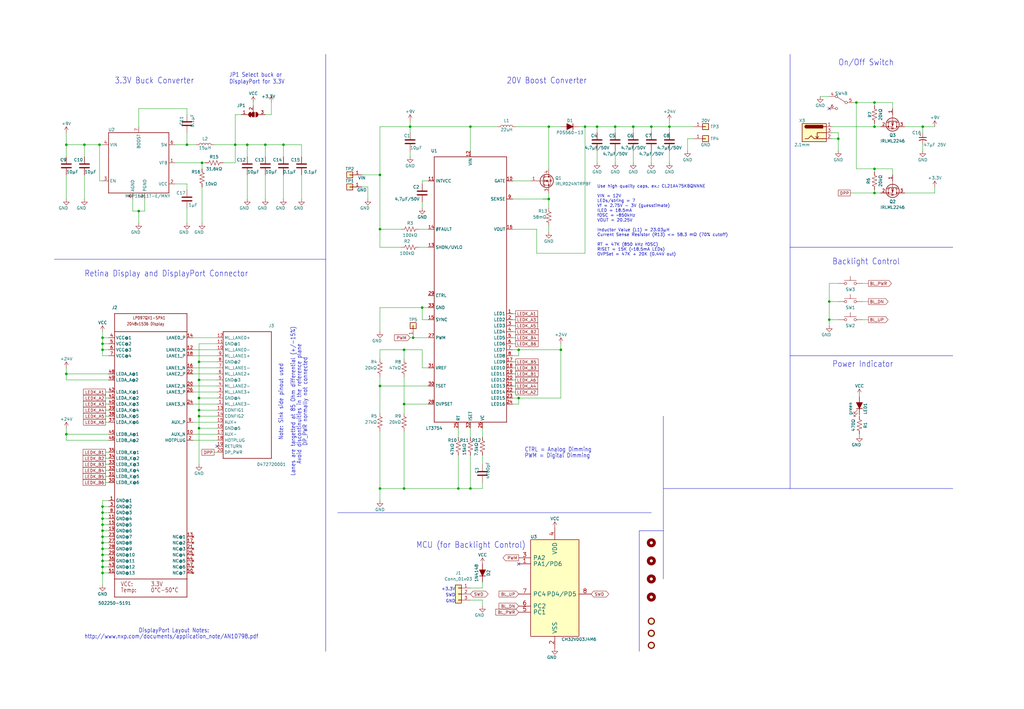
<source format=kicad_sch>
(kicad_sch (version 20230121) (generator eeschema)

  (uuid 879daf9a-9d1b-4078-8a41-d35760f7d4b7)

  (paper "User" 431.267 298.602)

  

  (junction (at 27.94 182.88) (diameter 0) (color 0 0 0 0)
    (uuid 006061c9-fbc1-4ca2-8e18-20efa2c00db6)
  )
  (junction (at 198.12 205.74) (diameter 0) (color 0 0 0 0)
    (uuid 0076d78c-1f2b-43c7-9099-9173e20164e4)
  )
  (junction (at 43.18 144.78) (diameter 0) (color 0 0 0 0)
    (uuid 0c64e45d-81ba-4c15-8c4e-b5c551427ac2)
  )
  (junction (at 43.18 241.3) (diameter 0) (color 0 0 0 0)
    (uuid 0e62b7e5-52a5-4048-ab68-f21169f15f0d)
  )
  (junction (at 78.74 60.96) (diameter 0) (color 0 0 0 0)
    (uuid 12f9154f-eb7b-4366-bf4c-ce74eb7e5e3c)
  )
  (junction (at 170.18 170.18) (diameter 0) (color 0 0 0 0)
    (uuid 1913a960-96c3-456e-a738-d6076067704f)
  )
  (junction (at 368.3 43.18) (diameter 0) (color 0 0 0 0)
    (uuid 1aadb26e-f8c8-475d-a347-ca5df347f97e)
  )
  (junction (at 259.08 53.34) (diameter 0) (color 0 0 0 0)
    (uuid 1b623699-75bd-4065-918e-102853733606)
  )
  (junction (at 83.82 152.4) (diameter 0) (color 0 0 0 0)
    (uuid 1d61096c-6ebf-4c8d-8c74-7d19920880cb)
  )
  (junction (at 172.72 53.34) (diameter 0) (color 0 0 0 0)
    (uuid 226e00e3-628f-46f8-85d4-61b4c751b27e)
  )
  (junction (at 281.94 53.34) (diameter 0) (color 0 0 0 0)
    (uuid 2da79819-b5e8-4368-8620-2a7372af20c5)
  )
  (junction (at 43.18 236.22) (diameter 0) (color 0 0 0 0)
    (uuid 2dd1a4cd-dd50-4db0-92f6-b54ded8855f4)
  )
  (junction (at 43.18 233.68) (diameter 0) (color 0 0 0 0)
    (uuid 32ab4e50-0e1c-4270-bf9b-75abdbf000f0)
  )
  (junction (at 231.14 53.34) (diameter 0) (color 0 0 0 0)
    (uuid 36dba4ee-4574-4924-a5a3-fe97c454d478)
  )
  (junction (at 388.62 53.34) (diameter 0) (color 0 0 0 0)
    (uuid 39f46858-13bb-4cd4-a3ea-c9d9e5c7f763)
  )
  (junction (at 360.68 43.18) (diameter 0) (color 0 0 0 0)
    (uuid 3fe57356-23a6-4b3a-8515-921d7815a9ec)
  )
  (junction (at 83.82 172.72) (diameter 0) (color 0 0 0 0)
    (uuid 40473527-a70c-4f82-9671-0eadb57d4358)
  )
  (junction (at 43.18 223.52) (diameter 0) (color 0 0 0 0)
    (uuid 40babcbf-d210-4a50-9557-e4a6b414dc3c)
  )
  (junction (at 173.99 142.24) (diameter 0) (color 0 0 0 0)
    (uuid 4e13bfde-2832-4f6d-97a2-ea9472f9fa27)
  )
  (junction (at 83.82 175.26) (diameter 0) (color 0 0 0 0)
    (uuid 5054e699-db3c-4490-be53-86d272ca0342)
  )
  (junction (at 266.7 53.34) (diameter 0) (color 0 0 0 0)
    (uuid 57e3a017-c53b-4e25-95e6-1a631ba9df4b)
  )
  (junction (at 35.56 60.96) (diameter 0) (color 0 0 0 0)
    (uuid 59f69d3c-c46a-44c2-aa00-dc4ec33fbbc2)
  )
  (junction (at 43.18 231.14) (diameter 0) (color 0 0 0 0)
    (uuid 5a4074ac-a6c1-4750-8037-ab1cffc61b38)
  )
  (junction (at 43.18 238.76) (diameter 0) (color 0 0 0 0)
    (uuid 62011ed7-3ee8-4f6c-8a1f-470772242de7)
  )
  (junction (at 83.82 167.64) (diameter 0) (color 0 0 0 0)
    (uuid 65d4bc2a-a54a-4bc0-ac8c-79611b54f8ab)
  )
  (junction (at 43.18 218.44) (diameter 0) (color 0 0 0 0)
    (uuid 68133860-fa87-4708-80c7-10a77a6a8ed1)
  )
  (junction (at 368.3 53.34) (diameter 0) (color 0 0 0 0)
    (uuid 6da97995-a450-4a64-8097-c74b7821a654)
  )
  (junction (at 368.3 81.28) (diameter 0) (color 0 0 0 0)
    (uuid 70ec7f70-d495-4073-a80b-f94242a87c5b)
  )
  (junction (at 43.18 142.24) (diameter 0) (color 0 0 0 0)
    (uuid 79f24268-c03e-407e-97eb-9b90c25abcb5)
  )
  (junction (at 160.02 205.74) (diameter 0) (color 0 0 0 0)
    (uuid 88ddcedb-3af5-44bc-b190-bef97ea4d212)
  )
  (junction (at 170.18 205.74) (diameter 0) (color 0 0 0 0)
    (uuid 9184a6f8-dae7-47cf-afb5-690817e008b7)
  )
  (junction (at 368.3 71.12) (diameter 0) (color 0 0 0 0)
    (uuid 9430d20e-d5eb-4b5a-981b-d622ef09ff6c)
  )
  (junction (at 85.09 68.58) (diameter 0) (color 0 0 0 0)
    (uuid 9a844f41-6dea-4dc7-b576-5999465ec380)
  )
  (junction (at 198.12 53.34) (diameter 0) (color 0 0 0 0)
    (uuid 9d62247b-0364-4597-a747-e7599f7de2ee)
  )
  (junction (at 27.94 60.96) (diameter 0) (color 0 0 0 0)
    (uuid a194a85c-5fba-4818-bfa6-80ecb50f023e)
  )
  (junction (at 236.22 147.32) (diameter 0) (color 0 0 0 0)
    (uuid a21916d9-0ef4-4773-b6c6-a8c81547e8ef)
  )
  (junction (at 349.25 134.62) (diameter 0) (color 0 0 0 0)
    (uuid a29fd814-ea38-4094-b97e-4d763673a2d9)
  )
  (junction (at 177.8 129.54) (diameter 0) (color 0 0 0 0)
    (uuid a8120582-737f-451f-96ee-18470aea60d8)
  )
  (junction (at 41.91 60.96) (diameter 0) (color 0 0 0 0)
    (uuid a9669dd8-9a72-4cdb-904d-9ec79afedf61)
  )
  (junction (at 160.02 96.52) (diameter 0) (color 0 0 0 0)
    (uuid ab1fefbb-ff77-4931-81a3-799dd1a0ba27)
  )
  (junction (at 43.18 220.98) (diameter 0) (color 0 0 0 0)
    (uuid ac584ba1-9921-4731-8ce2-be7a6805c9f5)
  )
  (junction (at 111.76 60.96) (diameter 0) (color 0 0 0 0)
    (uuid ae678862-5b1f-4da0-a209-8b1447aa466f)
  )
  (junction (at 193.04 205.74) (diameter 0) (color 0 0 0 0)
    (uuid afcbc97c-b210-45c4-983a-8cadc67de9e1)
  )
  (junction (at 251.46 53.34) (diameter 0) (color 0 0 0 0)
    (uuid b306242b-ca6d-43ad-888a-45c61bc37bb2)
  )
  (junction (at 119.38 60.96) (diameter 0) (color 0 0 0 0)
    (uuid b9383f89-032e-40dc-b6bc-9fb40466a986)
  )
  (junction (at 27.94 157.48) (diameter 0) (color 0 0 0 0)
    (uuid bcff40c2-e01b-4bac-aa4e-ba730f1255f6)
  )
  (junction (at 246.38 53.34) (diameter 0) (color 0 0 0 0)
    (uuid c08fe26e-df31-4af7-aa48-359ceb35b481)
  )
  (junction (at 43.18 215.9) (diameter 0) (color 0 0 0 0)
    (uuid c1cba6f4-b739-4a9a-9cf4-a9cb4c22b3a3)
  )
  (junction (at 353.06 58.42) (diameter 0) (color 0 0 0 0)
    (uuid c4a1350b-d531-4b61-8eff-5f32662193c2)
  )
  (junction (at 43.18 228.6) (diameter 0) (color 0 0 0 0)
    (uuid cddfd073-5582-490a-a7db-cfc172a6cf7f)
  )
  (junction (at 218.44 167.64) (diameter 0) (color 0 0 0 0)
    (uuid cf2b3acf-4b11-4d1a-90c2-6c67ed2d40b7)
  )
  (junction (at 43.18 213.36) (diameter 0) (color 0 0 0 0)
    (uuid d291423b-9e92-4334-a2a2-9090590160d7)
  )
  (junction (at 43.18 226.06) (diameter 0) (color 0 0 0 0)
    (uuid d2e2fa75-76d1-4a3e-8972-85c0967d89d0)
  )
  (junction (at 83.82 180.34) (diameter 0) (color 0 0 0 0)
    (uuid e05ae384-1b64-44a9-85bf-3fc21ae9963f)
  )
  (junction (at 104.14 60.96) (diameter 0) (color 0 0 0 0)
    (uuid e193292b-fbb9-4e43-b1a5-5a393a5be72f)
  )
  (junction (at 160.02 162.56) (diameter 0) (color 0 0 0 0)
    (uuid e5bafe6e-3fd8-4e27-bda0-c0fc306108d6)
  )
  (junction (at 99.06 60.96) (diameter 0) (color 0 0 0 0)
    (uuid e7278956-8c0f-4b44-b4fd-ad5e941b3529)
  )
  (junction (at 170.18 147.32) (diameter 0) (color 0 0 0 0)
    (uuid eb8c6c26-4cf2-4e3a-9295-469186445d28)
  )
  (junction (at 274.32 53.34) (diameter 0) (color 0 0 0 0)
    (uuid ed3b13d7-53fd-4a44-a854-4b64fd9800e4)
  )
  (junction (at 58.42 88.9) (diameter 0) (color 0 0 0 0)
    (uuid edaf3b15-b858-4159-b4c0-f8d71f33daee)
  )
  (junction (at 43.18 147.32) (diameter 0) (color 0 0 0 0)
    (uuid f29a3de5-6360-494f-aa44-e625ce77d464)
  )
  (junction (at 83.82 160.02) (diameter 0) (color 0 0 0 0)
    (uuid f2feeb01-c9a8-4eaa-ab07-6d9c95238623)
  )
  (junction (at 349.25 127) (diameter 0) (color 0 0 0 0)
    (uuid f33d1e9d-c3d8-4484-87b1-4f4547cfc5b0)
  )
  (junction (at 231.14 83.82) (diameter 0) (color 0 0 0 0)
    (uuid f7d9886b-70c7-4b6b-adbe-a2d893a8c99f)
  )
  (junction (at 160.02 73.66) (diameter 0) (color 0 0 0 0)
    (uuid fb214f80-bfbc-4f6e-89a9-f2fd2533c948)
  )
  (junction (at 218.44 147.32) (diameter 0) (color 0 0 0 0)
    (uuid fdf44b6b-d304-4e39-a79f-bc233add41e9)
  )

  (no_connect (at 91.44 187.96) (uuid 6d7b1fdd-94d4-4f67-982b-9b9cf3dffca8))
  (no_connect (at 218.44 237.49) (uuid abdcb2ec-1ccd-4e58-b077-7f55da91dd2e))
  (no_connect (at 349.25 45.72) (uuid b3b579a5-2155-41ab-aa9c-0e03573eb309))

  (wire (pts (xy 90.17 60.96) (xy 99.06 60.96))
    (stroke (width 0.1524) (type solid))
    (uuid 006130d4-d863-4d9d-a435-b8f293fa15d9)
  )
  (wire (pts (xy 91.44 170.18) (xy 81.28 170.18))
    (stroke (width 0.1524) (type solid))
    (uuid 014b979f-8146-41c7-88b2-bcb444a6010c)
  )
  (wire (pts (xy 27.94 182.88) (xy 27.94 180.34))
    (stroke (width 0.1524) (type solid))
    (uuid 016ce1ac-fa92-45d4-a354-efc080e2aa4c)
  )
  (wire (pts (xy 361.95 175.26) (xy 361.95 174.625))
    (stroke (width 0) (type default))
    (uuid 02456ae3-ffd4-4930-947d-2bd16f5e13f2)
  )
  (wire (pts (xy 180.34 129.54) (xy 177.8 129.54))
    (stroke (width 0.1524) (type solid))
    (uuid 03126f77-997e-4b38-bd62-17c635002e89)
  )
  (wire (pts (xy 368.3 80.01) (xy 368.3 81.28))
    (stroke (width 0) (type default))
    (uuid 03d7ffd6-7d87-4383-b891-52b210d0d44a)
  )
  (wire (pts (xy 203.2 191.77) (xy 203.2 195.58))
    (stroke (width 0.1524) (type solid))
    (uuid 05366037-b322-4ab9-94f4-e1da3681d667)
  )
  (wire (pts (xy 381 53.34) (xy 388.62 53.34))
    (stroke (width 0.1524) (type solid))
    (uuid 071a42e2-49ad-4566-827a-142da1c90b76)
  )
  (wire (pts (xy 44.45 165.1) (xy 45.72 165.1))
    (stroke (width 0) (type default))
    (uuid 08a5d611-a6fc-40ff-a945-82a6ceaac808)
  )
  (wire (pts (xy 208.28 53.34) (xy 209.55 53.34))
    (stroke (width 0) (type default))
    (uuid 0950b261-ffbe-4778-b93e-a085e02c362c)
  )
  (wire (pts (xy 231.14 86.36) (xy 231.14 87.63))
    (stroke (width 0) (type default))
    (uuid 09b13791-f3e0-48d4-ab92-a41e0103c6df)
  )
  (wire (pts (xy 91.44 144.78) (xy 83.82 144.78))
    (stroke (width 0.1524) (type solid))
    (uuid 09e76cd6-b523-47e5-ba1d-2d507e6f5198)
  )
  (wire (pts (xy 27.94 160.02) (xy 27.94 157.48))
    (stroke (width 0.1524) (type solid))
    (uuid 0aa4868d-1c4f-4f58-b70d-19d94af60e88)
  )
  (wire (pts (xy 236.22 167.64) (xy 236.22 147.32))
    (stroke (width 0.1524) (type solid))
    (uuid 0ab8f973-e085-4964-8db4-753243de5ef3)
  )
  (wire (pts (xy 226.06 106.68) (xy 246.38 106.68))
    (stroke (width 0.1524) (type solid))
    (uuid 0b7b6c5d-9914-4c57-af5b-81e8326d2fb2)
  )
  (wire (pts (xy 83.82 160.02) (xy 83.82 167.64))
    (stroke (width 0.1524) (type solid))
    (uuid 0c80617b-9742-48e9-8a71-c1d9267a335a)
  )
  (wire (pts (xy 350.52 58.42) (xy 353.06 58.42))
    (stroke (width 0.1524) (type solid))
    (uuid 0e0e9d65-cef6-41de-95f2-32ba8b0d37d1)
  )
  (wire (pts (xy 43.18 218.44) (xy 43.18 220.98))
    (stroke (width 0.1524) (type solid))
    (uuid 0f410d41-8aa9-4dc9-8ff2-b02029b771ef)
  )
  (wire (pts (xy 91.44 157.48) (xy 81.28 157.48))
    (stroke (width 0.1524) (type solid))
    (uuid 0fedf059-3fe6-4cfc-b7f7-90995858b5f2)
  )
  (wire (pts (xy 43.18 149.86) (xy 43.18 147.32))
    (stroke (width 0.1524) (type solid))
    (uuid 11274057-3f57-4315-9cf7-b549524ebddc)
  )
  (wire (pts (xy 198.12 53.34) (xy 208.28 53.34))
    (stroke (width 0.1524) (type solid))
    (uuid 1144257d-cae2-47c3-bdc3-851a946d6e43)
  )
  (wire (pts (xy 78.74 87.63) (xy 78.74 93.98))
    (stroke (width 0) (type default))
    (uuid 11688f00-24d5-4423-b808-c896397b0613)
  )
  (wire (pts (xy 160.02 205.74) (xy 160.02 210.82))
    (stroke (width 0.1524) (type solid))
    (uuid 119d8b67-b9a0-41a2-8ed7-aad935ef9dce)
  )
  (wire (pts (xy 160.02 147.32) (xy 170.18 147.32))
    (stroke (width 0.1524) (type solid))
    (uuid 126598cd-a6d4-4377-bdec-b23696ee3ac9)
  )
  (wire (pts (xy 368.3 43.18) (xy 368.3 44.45))
    (stroke (width 0) (type default))
    (uuid 12fbbae7-b84e-495d-a773-948b1abe1e02)
  )
  (polyline (pts (xy 332.74 149.86) (xy 332.74 205.74))
    (stroke (width 0.1524) (type solid))
    (uuid 1323ba7b-e2c4-4d96-9e9c-947ec29fff8c)
  )
  (polyline (pts (xy 332.74 104.14) (xy 401.32 104.14))
    (stroke (width 0.1524) (type solid))
    (uuid 13293f44-951a-4ac2-8741-a8bcc62ba2d8)
  )

  (wire (pts (xy 203.2 252.73) (xy 203.2 255.27))
    (stroke (width 0.1524) (type solid))
    (uuid 15dcee74-4b21-4399-936b-9e071fafed64)
  )
  (wire (pts (xy 152.4 73.66) (xy 160.02 73.66))
    (stroke (width 0.1524) (type solid))
    (uuid 15f043d5-abc8-409c-ba15-aeb12c9d73f2)
  )
  (wire (pts (xy 44.45 200.66) (xy 45.72 200.66))
    (stroke (width 0) (type default))
    (uuid 1773fcae-ca85-45f2-a282-1f0f3fcc25b8)
  )
  (wire (pts (xy 43.18 228.6) (xy 43.18 231.14))
    (stroke (width 0.1524) (type solid))
    (uuid 1987435e-965e-4d49-88e7-7b598c171643)
  )
  (wire (pts (xy 43.18 213.36) (xy 43.18 215.9))
    (stroke (width 0.1524) (type solid))
    (uuid 19a63e80-f402-4cca-9e5c-5bd946bf0216)
  )
  (wire (pts (xy 167.64 96.52) (xy 168.91 96.52))
    (stroke (width 0) (type default))
    (uuid 1b9ded39-72e8-4e4f-bf19-dcb49aa90661)
  )
  (wire (pts (xy 172.72 63.5) (xy 172.72 66.04))
    (stroke (width 0.1524) (type solid))
    (uuid 1baffab1-fe68-4916-a079-51d03750f333)
  )
  (wire (pts (xy 281.94 53.34) (xy 281.94 50.8))
    (stroke (width 0.1524) (type solid))
    (uuid 1c42928f-f7b5-4aea-8318-0050262ee5bf)
  )
  (wire (pts (xy 170.18 205.74) (xy 160.02 205.74))
    (stroke (width 0.1524) (type solid))
    (uuid 1c8df169-39eb-4aea-adee-64e6e3902b61)
  )
  (wire (pts (xy 217.17 134.62) (xy 215.9 134.62))
    (stroke (width 0) (type default))
    (uuid 1cc88492-4160-4299-9e12-5b5c4f7a84c7)
  )
  (wire (pts (xy 203.2 180.34) (xy 203.2 184.15))
    (stroke (width 0.1524) (type solid))
    (uuid 1d42e967-cb10-4f1f-8cfe-e59361e99abb)
  )
  (wire (pts (xy 43.18 233.68) (xy 43.18 236.22))
    (stroke (width 0.1524) (type solid))
    (uuid 1d6e9333-67e8-4122-b241-8e32240bf961)
  )
  (wire (pts (xy 35.56 60.96) (xy 27.94 60.96))
    (stroke (width 0.1524) (type solid))
    (uuid 1ebb20d3-bef4-4940-8c4f-05148a9bc379)
  )
  (wire (pts (xy 83.82 172.72) (xy 83.82 175.26))
    (stroke (width 0.1524) (type solid))
    (uuid 1eede65c-46bc-4b3c-bb0f-44dd4e67159b)
  )
  (wire (pts (xy 215.9 147.32) (xy 218.44 147.32))
    (stroke (width 0.1524) (type solid))
    (uuid 1f92d779-9aab-4063-b250-a290908ac7f9)
  )
  (wire (pts (xy 160.02 104.14) (xy 168.91 104.14))
    (stroke (width 0) (type default))
    (uuid 1ff3f982-d4fb-43ef-a68b-34d966af101e)
  )
  (wire (pts (xy 91.44 160.02) (xy 83.82 160.02))
    (stroke (width 0.1524) (type solid))
    (uuid 20053528-24b3-4c27-8b01-00e1d863d736)
  )
  (wire (pts (xy 360.68 71.12) (xy 360.68 43.18))
    (stroke (width 0.1524) (type solid))
    (uuid 20a955d8-5229-4510-84b4-7cb598ebf6f5)
  )
  (wire (pts (xy 43.18 241.3) (xy 43.18 246.38))
    (stroke (width 0.1524) (type solid))
    (uuid 20d5f26f-7def-4e06-aef4-6df3d1c27bc3)
  )
  (wire (pts (xy 176.53 104.14) (xy 180.34 104.14))
    (stroke (width 0) (type default))
    (uuid 20fe5fb3-86ae-44ec-9925-ea1aae83c507)
  )
  (wire (pts (xy 215.9 76.2) (xy 223.52 76.2))
    (stroke (width 0.1524) (type solid))
    (uuid 221b82cf-782b-44d4-ae2b-0ad2fa8a087f)
  )
  (wire (pts (xy 160.02 129.54) (xy 160.02 139.7))
    (stroke (width 0.1524) (type solid))
    (uuid 23172590-4147-432b-9fcd-0882f06b2f13)
  )
  (wire (pts (xy 45.72 241.3) (xy 43.18 241.3))
    (stroke (width 0.1524) (type solid))
    (uuid 23471529-b2c9-4d33-8229-abaaf7299f3e)
  )
  (wire (pts (xy 45.72 231.14) (xy 43.18 231.14))
    (stroke (width 0.1524) (type solid))
    (uuid 23bda1ab-fc08-4195-9008-0958faf433ad)
  )
  (wire (pts (xy 91.44 175.26) (xy 83.82 175.26))
    (stroke (width 0.1524) (type solid))
    (uuid 24249886-a6a9-4063-91c8-8bbd9ce5aa6c)
  )
  (wire (pts (xy 41.91 60.96) (xy 41.91 76.2))
    (stroke (width 0) (type default))
    (uuid 252b07d8-fc6a-4760-b47e-46185f2094c9)
  )
  (wire (pts (xy 177.8 129.54) (xy 177.8 134.62))
    (stroke (width 0.1524) (type solid))
    (uuid 252cb3aa-189c-42a2-bbcd-bc8e91662332)
  )
  (wire (pts (xy 43.18 238.76) (xy 43.18 241.3))
    (stroke (width 0.1524) (type solid))
    (uuid 2530baec-da69-404c-8e0e-58ef04efca81)
  )
  (wire (pts (xy 217.17 162.56) (xy 215.9 162.56))
    (stroke (width 0) (type default))
    (uuid 265469ac-af08-4718-aa35-66710ff78445)
  )
  (wire (pts (xy 43.18 231.14) (xy 43.18 233.68))
    (stroke (width 0.1524) (type solid))
    (uuid 26db34f4-71f6-4143-8016-05d48756454e)
  )
  (polyline (pts (xy 332.74 22.86) (xy 332.74 104.14))
    (stroke (width 0.1524) (type solid))
    (uuid 27991c2e-21c6-4cc8-89ca-cde5dd0ffb57)
  )

  (wire (pts (xy 251.46 53.34) (xy 259.08 53.34))
    (stroke (width 0.1524) (type solid))
    (uuid 28477dac-d280-45f8-a3d3-43acc7487113)
  )
  (wire (pts (xy 215.9 167.64) (xy 218.44 167.64))
    (stroke (width 0.1524) (type solid))
    (uuid 28a160b8-bbcc-4bfa-ac6e-1550d875134c)
  )
  (wire (pts (xy 160.02 53.34) (xy 172.72 53.34))
    (stroke (width 0.1524) (type solid))
    (uuid 28d7f3dd-0952-4de4-8e98-742de8be2a1d)
  )
  (wire (pts (xy 91.44 154.94) (xy 81.28 154.94))
    (stroke (width 0.1524) (type solid))
    (uuid 296a7237-37cf-418e-9f5a-31c15a1fdd4d)
  )
  (wire (pts (xy 180.34 162.56) (xy 160.02 162.56))
    (stroke (width 0.1524) (type solid))
    (uuid 2ab719f6-59bc-4267-97e3-d75c632cb12c)
  )
  (wire (pts (xy 27.94 157.48) (xy 27.94 154.94))
    (stroke (width 0.1524) (type solid))
    (uuid 2b8f22ab-eb19-45a0-9580-ae7ab426ee35)
  )
  (wire (pts (xy 45.72 185.42) (xy 27.94 185.42))
    (stroke (width 0.1524) (type solid))
    (uuid 2c04b534-9dfa-47f3-a12e-50658fcc60fe)
  )
  (wire (pts (xy 215.9 96.52) (xy 226.06 96.52))
    (stroke (width 0.1524) (type solid))
    (uuid 2c6f14c0-5353-4925-8ec3-b3e9fb54110c)
  )
  (wire (pts (xy 198.12 191.77) (xy 198.12 193.04))
    (stroke (width 0) (type default))
    (uuid 2c83e7d9-307b-4180-90db-724471e522d9)
  )
  (wire (pts (xy 349.25 134.62) (xy 350.52 134.62))
    (stroke (width 0) (type default))
    (uuid 2cc1fda1-5f16-4b5b-8f86-25c189db021d)
  )
  (wire (pts (xy 217.17 53.34) (xy 218.44 53.34))
    (stroke (width 0) (type default))
    (uuid 2e2082fd-92a9-4a30-8de2-2c3c408f4dbd)
  )
  (wire (pts (xy 99.06 68.58) (xy 99.06 60.96))
    (stroke (width 0.1524) (type solid))
    (uuid 2e9c450f-0560-4d2a-a30e-137bdffc28ca)
  )
  (wire (pts (xy 45.72 182.88) (xy 27.94 182.88))
    (stroke (width 0.1524) (type solid))
    (uuid 2ef25a87-4fdf-4fdc-885a-aebe9acc7e03)
  )
  (wire (pts (xy 375.92 71.12) (xy 375.92 73.66))
    (stroke (width 0.1524) (type solid))
    (uuid 2f921d97-c1e0-4595-baf8-3a0ea162e11d)
  )
  (wire (pts (xy 83.82 152.4) (xy 83.82 160.02))
    (stroke (width 0.1524) (type solid))
    (uuid 30453aad-0d84-47ba-89ff-0f910f984996)
  )
  (wire (pts (xy 231.14 83.82) (xy 231.14 86.36))
    (stroke (width 0.1524) (type solid))
    (uuid 31cfdf5d-bce4-4136-8d99-83b160895087)
  )
  (wire (pts (xy 266.7 53.34) (xy 274.32 53.34))
    (stroke (width 0.1524) (type solid))
    (uuid 323748ff-76a9-4731-925f-d193384e6c98)
  )
  (wire (pts (xy 45.72 144.78) (xy 43.18 144.78))
    (stroke (width 0.1524) (type solid))
    (uuid 32398214-f5da-48e7-9cd5-c86a67d0332c)
  )
  (wire (pts (xy 27.94 60.96) (xy 27.94 55.88))
    (stroke (width 0.1524) (type solid))
    (uuid 330f73b0-856b-48ea-adbf-fbba75302d41)
  )
  (wire (pts (xy 91.44 172.72) (xy 83.82 172.72))
    (stroke (width 0.1524) (type solid))
    (uuid 33b978c0-8e6f-4f39-a27c-24fca0d579e7)
  )
  (wire (pts (xy 350.52 55.88) (xy 353.06 55.88))
    (stroke (width 0.1524) (type solid))
    (uuid 340f43a4-93df-4f61-b9ef-f707d320d81f)
  )
  (wire (pts (xy 90.17 190.5) (xy 91.44 190.5))
    (stroke (width 0) (type default))
    (uuid 3595e0cb-5474-41f5-9d31-8e7544731230)
  )
  (polyline (pts (xy 279.4 205.74) (xy 332.74 205.74))
    (stroke (width 0.1524) (type solid))
    (uuid 364a9bfe-8916-45ef-b4ae-01f34ed04326)
  )

  (wire (pts (xy 370.84 81.28) (xy 368.3 81.28))
    (stroke (width 0.1524) (type solid))
    (uuid 36a2ac39-2134-4501-a5f5-44e1c7ad55c0)
  )
  (polyline (pts (xy 137.16 109.22) (xy 137.16 223.52))
    (stroke (width 0.1524) (type solid))
    (uuid 36a43c7e-9de1-4b35-9d9a-d2d6699c34de)
  )

  (wire (pts (xy 160.02 158.75) (xy 160.02 162.56))
    (stroke (width 0.1524) (type solid))
    (uuid 37a80608-ddbd-467e-b2fc-d9e72d9be6b7)
  )
  (wire (pts (xy 217.17 160.02) (xy 215.9 160.02))
    (stroke (width 0) (type default))
    (uuid 38224960-d1e1-46a1-91a4-9b67af6a2c8e)
  )
  (wire (pts (xy 170.18 181.61) (xy 170.18 205.74))
    (stroke (width 0.1524) (type solid))
    (uuid 3896521c-d47e-4dba-b665-eb2b1415b69d)
  )
  (wire (pts (xy 365.76 119.38) (xy 363.22 119.38))
    (stroke (width 0) (type default))
    (uuid 391db60f-0e49-483d-90c8-e255644053e1)
  )
  (wire (pts (xy 368.3 71.12) (xy 368.3 72.39))
    (stroke (width 0) (type default))
    (uuid 39327156-dd08-4a19-b317-db07c52379b2)
  )
  (wire (pts (xy 217.17 137.16) (xy 215.9 137.16))
    (stroke (width 0) (type default))
    (uuid 3983eef4-03dd-43db-9fb3-b722c1000067)
  )
  (wire (pts (xy 177.8 147.32) (xy 177.8 154.94))
    (stroke (width 0.1524) (type solid))
    (uuid 3a4611a3-a8ef-4eed-8fbc-4e30a5c93828)
  )
  (wire (pts (xy 180.34 142.24) (xy 173.99 142.24))
    (stroke (width 0.1524) (type solid))
    (uuid 3b831cd9-05a0-4da1-bb42-af4c89b710c9)
  )
  (wire (pts (xy 58.42 53.34) (xy 58.42 45.72))
    (stroke (width 0.1524) (type solid))
    (uuid 3bb9414b-b2f1-4663-81ca-691ca4147b8b)
  )
  (wire (pts (xy 361.95 183.515) (xy 361.95 182.88))
    (stroke (width 0) (type default))
    (uuid 3bfe8dc8-308d-427d-ae9e-1aa8ed8da430)
  )
  (wire (pts (xy 388.62 60.96) (xy 388.62 63.5))
    (stroke (width 0) (type default))
    (uuid 3c10176f-6d10-4bc5-aa07-ae27f60d6ae5)
  )
  (wire (pts (xy 43.18 210.82) (xy 43.18 213.36))
    (stroke (width 0.1524) (type solid))
    (uuid 3d4f0c1c-336a-48e7-b4d0-89204523520a)
  )
  (wire (pts (xy 172.72 53.34) (xy 172.72 55.88))
    (stroke (width 0.1524) (type solid))
    (uuid 3e7629ff-048a-4792-a96f-92bc48593010)
  )
  (wire (pts (xy 85.09 68.58) (xy 86.36 68.58))
    (stroke (width 0) (type default))
    (uuid 3f3ce86e-05a4-46d4-90db-98f2d5db12f8)
  )
  (wire (pts (xy 43.18 215.9) (xy 43.18 218.44))
    (stroke (width 0.1524) (type solid))
    (uuid 3f613aed-fe0c-450b-acc2-b998df466311)
  )
  (wire (pts (xy 91.44 152.4) (xy 83.82 152.4))
    (stroke (width 0.1524) (type solid))
    (uuid 407a8874-7b46-4ba2-a7e6-61ab84540b8c)
  )
  (wire (pts (xy 73.66 68.58) (xy 85.09 68.58))
    (stroke (width 0) (type default))
    (uuid 41f9332d-b6dd-4b32-bc98-70c078a26acb)
  )
  (wire (pts (xy 231.14 53.34) (xy 231.14 71.12))
    (stroke (width 0.1524) (type solid))
    (uuid 42326daf-30e9-4976-92b9-3aadac55e558)
  )
  (wire (pts (xy 266.7 63.5) (xy 266.7 68.58))
    (stroke (width 0.1524) (type solid))
    (uuid 43f3bf04-666e-412b-8201-594cc6868579)
  )
  (wire (pts (xy 60.96 88.9) (xy 58.42 88.9))
    (stroke (width 0.1524) (type solid))
    (uuid 43fa7fb3-70c2-4005-877f-7c76632c9782)
  )
  (wire (pts (xy 60.96 83.82) (xy 60.96 88.9))
    (stroke (width 0.1524) (type solid))
    (uuid 440a6b3a-787f-42b1-b1aa-8fe3710a1c51)
  )
  (wire (pts (xy 44.45 177.8) (xy 45.72 177.8))
    (stroke (width 0) (type default))
    (uuid 4493e5c2-03ec-40e6-a13b-c800d276b081)
  )
  (wire (pts (xy 251.46 63.5) (xy 251.46 68.58))
    (stroke (width 0.1524) (type solid))
    (uuid 4667e515-1631-4d01-b860-6f0c12ee1e43)
  )
  (wire (pts (xy 217.17 139.7) (xy 215.9 139.7))
    (stroke (width 0) (type default))
    (uuid 46c0d2d5-4df4-474f-9fd3-20085083cbfb)
  )
  (wire (pts (xy 170.18 147.32) (xy 177.8 147.32))
    (stroke (width 0.1524) (type solid))
    (uuid 470ae573-ae4a-48da-a246-24a7646c1534)
  )
  (wire (pts (xy 368.3 71.12) (xy 375.92 71.12))
    (stroke (width 0.1524) (type solid))
    (uuid 47571901-24c0-4099-ac46-4535875d5de6)
  )
  (wire (pts (xy 353.06 134.62) (xy 350.52 134.62))
    (stroke (width 0.1524) (type solid))
    (uuid 478478d6-c37b-439f-a290-ea4290c028e8)
  )
  (wire (pts (xy 93.98 68.58) (xy 99.06 68.58))
    (stroke (width 0.1524) (type solid))
    (uuid 47c503bc-f54f-408d-bd75-8e86c6620d29)
  )
  (wire (pts (xy 73.66 60.96) (xy 78.74 60.96))
    (stroke (width 0.1524) (type solid))
    (uuid 47d03c38-9699-40ea-8677-132623f8f67c)
  )
  (wire (pts (xy 111.76 60.96) (xy 119.38 60.96))
    (stroke (width 0.1524) (type solid))
    (uuid 480273a6-9ee0-4bc5-8c8c-38e843617957)
  )
  (wire (pts (xy 111.76 66.04) (xy 111.76 60.96))
    (stroke (width 0.1524) (type solid))
    (uuid 486fa9bc-912e-49b8-aafc-f20e6a05eabe)
  )
  (wire (pts (xy 361.95 167.005) (xy 361.95 166.37))
    (stroke (width 0) (type default))
    (uuid 4abade11-b9ea-4901-bd2a-024bce77d1ed)
  )
  (wire (pts (xy 45.72 149.86) (xy 43.18 149.86))
    (stroke (width 0.1524) (type solid))
    (uuid 4b3781ca-4dfd-45a2-a296-14c579806667)
  )
  (wire (pts (xy 368.3 52.07) (xy 368.3 53.34))
    (stroke (width 0) (type default))
    (uuid 4b99ac53-a739-4784-8423-1869fa3f6b05)
  )
  (wire (pts (xy 43.18 60.96) (xy 41.91 60.96))
    (stroke (width 0.1524) (type solid))
    (uuid 4c28e8eb-e538-47e3-8f86-f531f59bbb9c)
  )
  (wire (pts (xy 231.14 83.82) (xy 228.6 83.82))
    (stroke (width 0) (type default))
    (uuid 4c8d1fc0-baae-4734-8ca7-c3c073610960)
  )
  (wire (pts (xy 104.14 60.96) (xy 111.76 60.96))
    (stroke (width 0.1524) (type solid))
    (uuid 4cf8e438-821c-49f4-9eab-617e825020dc)
  )
  (wire (pts (xy 45.72 210.82) (xy 43.18 210.82))
    (stroke (width 0.1524) (type solid))
    (uuid 4ed5bda8-07fb-4e85-bb7c-c4698eb3d0ea)
  )
  (wire (pts (xy 177.8 76.2) (xy 177.8 77.47))
    (stroke (width 0.1524) (type solid))
    (uuid 500782bd-f805-4272-8985-2ed670784234)
  )
  (wire (pts (xy 274.32 55.88) (xy 274.32 53.34))
    (stroke (width 0.1524) (type solid))
    (uuid 50c7208a-2b59-4086-99d5-d7ac5e3fc522)
  )
  (wire (pts (xy 55.88 88.9) (xy 58.42 88.9))
    (stroke (width 0.1524) (type solid))
    (uuid 51b76a25-ac4e-4bc8-9d35-d818b0d8efc9)
  )
  (wire (pts (xy 91.44 162.56) (xy 81.28 162.56))
    (stroke (width 0.1524) (type solid))
    (uuid 5407970e-9a4e-4a16-87f6-519157c8a4ef)
  )
  (wire (pts (xy 44.45 203.2) (xy 45.72 203.2))
    (stroke (width 0) (type default))
    (uuid 5460445c-7afb-42a2-bb16-12457af14476)
  )
  (wire (pts (xy 218.44 149.86) (xy 218.44 147.32))
    (stroke (width 0.1524) (type solid))
    (uuid 54d6f0e4-8732-463e-8c38-27556d059b96)
  )
  (wire (pts (xy 27.94 73.66) (xy 27.94 83.82))
    (stroke (width 0.1524) (type solid))
    (uuid 54f2b98b-ab63-4491-b3bf-ff1ad1b171c3)
  )
  (wire (pts (xy 170.18 170.18) (xy 170.18 173.99))
    (stroke (width 0.1524) (type solid))
    (uuid 58794aa5-bc33-4fda-ba63-af031cadde60)
  )
  (wire (pts (xy 35.56 73.66) (xy 35.56 83.82))
    (stroke (width 0.1524) (type solid))
    (uuid 5a3208bb-50b3-4208-b435-b2c187cbdef3)
  )
  (wire (pts (xy 45.72 238.76) (xy 43.18 238.76))
    (stroke (width 0.1524) (type solid))
    (uuid 5a3341b1-dd6e-404f-a36b-de35a4a0418b)
  )
  (wire (pts (xy 27.94 185.42) (xy 27.94 182.88))
    (stroke (width 0.1524) (type solid))
    (uuid 5a8f86fa-e4e0-42a5-92f1-298f1f113665)
  )
  (wire (pts (xy 106.68 43.18) (xy 106.68 44.45))
    (stroke (width 0) (type default))
    (uuid 5ae7d189-8b92-43c7-bc54-996e424df090)
  )
  (wire (pts (xy 353.06 127) (xy 350.52 127))
    (stroke (width 0.1524) (type solid))
    (uuid 5c2c3cfd-024d-4628-bdb7-43eb7018f8bf)
  )
  (wire (pts (xy 231.14 96.52) (xy 231.14 97.79))
    (stroke (width 0.1524) (type solid))
    (uuid 5cbb619c-0ab0-4e87-9957-c23ab5e782ab)
  )
  (wire (pts (xy 365.76 127) (xy 363.22 127))
    (stroke (width 0) (type default))
    (uuid 5dcc928c-4c1c-42c9-9126-9d22b07f9771)
  )
  (wire (pts (xy 203.2 245.11) (xy 203.2 247.65))
    (stroke (width 0.1524) (type solid))
    (uuid 5ec60031-40af-41e6-ac8e-19627781967d)
  )
  (wire (pts (xy 360.68 71.12) (xy 368.3 71.12))
    (stroke (width 0.1524) (type solid))
    (uuid 5edd1667-a965-429f-8463-5607dc810a3c)
  )
  (polyline (pts (xy 137.16 109.22) (xy 137.16 22.86))
    (stroke (width 0.1524) (type solid))
    (uuid 5ef91b27-d61f-439d-909a-3cc121ba8a5d)
  )

  (wire (pts (xy 43.18 142.24) (xy 43.18 139.7))
    (stroke (width 0.1524) (type solid))
    (uuid 5f404bdb-a34e-4535-8dd7-c93633cc048d)
  )
  (polyline (pts (xy 137.16 274.32) (xy 137.16 223.52))
    (stroke (width 0.1524) (type solid))
    (uuid 609b35a8-53e7-43f5-a17d-a8f4dcfd1c29)
  )

  (wire (pts (xy 91.44 182.88) (xy 81.28 182.88))
    (stroke (width 0.1524) (type solid))
    (uuid 6106c196-066b-4dd9-a4a9-75636183fd8d)
  )
  (wire (pts (xy 217.17 157.48) (xy 215.9 157.48))
    (stroke (width 0) (type default))
    (uuid 6120e186-91ed-4a84-8a87-9663fa6a8016)
  )
  (wire (pts (xy 217.17 132.08) (xy 215.9 132.08))
    (stroke (width 0) (type default))
    (uuid 6392b445-f446-4e37-8e45-d1e5c564762a)
  )
  (wire (pts (xy 127 60.96) (xy 127 66.04))
    (stroke (width 0.1524) (type solid))
    (uuid 64852c71-2b6e-4c8f-8dd1-86b316b25f4e)
  )
  (wire (pts (xy 45.72 236.22) (xy 43.18 236.22))
    (stroke (width 0.1524) (type solid))
    (uuid 6772e6b3-d162-4bdf-a223-c44479488a0b)
  )
  (polyline (pts (xy 279.4 223.52) (xy 279.4 175.26))
    (stroke (width 0.1524) (type solid))
    (uuid 68b3e590-67d5-4663-a377-2cb467cada74)
  )

  (wire (pts (xy 85.09 78.74) (xy 85.09 93.98))
    (stroke (width 0) (type default))
    (uuid 6cdd32a9-8172-4d83-8307-093706be0dcd)
  )
  (wire (pts (xy 370.84 53.34) (xy 368.3 53.34))
    (stroke (width 0.1524) (type solid))
    (uuid 6ddeaa13-4c67-4507-912a-27f5935a612c)
  )
  (wire (pts (xy 83.82 144.78) (xy 83.82 152.4))
    (stroke (width 0.1524) (type solid))
    (uuid 6f82172f-1284-4d2e-ab17-ed8e97e0685a)
  )
  (polyline (pts (xy 279.4 223.52) (xy 279.4 243.84))
    (stroke (width 0.1524) (type solid))
    (uuid 7003576b-5350-4e49-9b43-d71388b4ea52)
  )

  (wire (pts (xy 45.72 226.06) (xy 43.18 226.06))
    (stroke (width 0.1524) (type solid))
    (uuid 709d359d-4691-40cb-b8df-d8de79887cbb)
  )
  (wire (pts (xy 73.66 77.47) (xy 78.74 77.47))
    (stroke (width 0) (type default))
    (uuid 70e79479-b83d-4497-b84d-c14fac932b87)
  )
  (polyline (pts (xy 332.74 205.74) (xy 401.32 205.74))
    (stroke (width 0.1524) (type solid))
    (uuid 70fbd08a-3f59-4a99-a093-73c7915d488e)
  )

  (wire (pts (xy 180.34 134.62) (xy 177.8 134.62))
    (stroke (width 0.1524) (type solid))
    (uuid 71835670-f945-4b69-bbb6-9d1088a01b8c)
  )
  (wire (pts (xy 172.72 50.8) (xy 172.72 53.34))
    (stroke (width 0.1524) (type solid))
    (uuid 71d19f0f-e26d-4967-8ee4-e24429fc0107)
  )
  (wire (pts (xy 217.17 152.4) (xy 215.9 152.4))
    (stroke (width 0) (type default))
    (uuid 72602856-1660-4dbf-83ef-108f80351c54)
  )
  (wire (pts (xy 78.74 60.96) (xy 82.55 60.96))
    (stroke (width 0.1524) (type solid))
    (uuid 73961c58-a85b-4c1a-a975-3b846d93159d)
  )
  (wire (pts (xy 231.14 53.34) (xy 233.68 53.34))
    (stroke (width 0.1524) (type solid))
    (uuid 73e1a122-d98f-4632-adbd-6ba7d20cd4d4)
  )
  (wire (pts (xy 198.12 252.73) (xy 203.2 252.73))
    (stroke (width 0.1524) (type solid))
    (uuid 745cbc88-cd2f-44a1-b7c2-4f35c8079bc4)
  )
  (wire (pts (xy 55.88 83.82) (xy 55.88 88.9))
    (stroke (width 0.1524) (type solid))
    (uuid 77582346-dd54-45d6-8175-c15d19d2472e)
  )
  (wire (pts (xy 91.44 167.64) (xy 83.82 167.64))
    (stroke (width 0.1524) (type solid))
    (uuid 7825c943-ff41-458e-8281-32bd349572de)
  )
  (wire (pts (xy 58.42 88.9) (xy 58.42 93.98))
    (stroke (width 0.1524) (type solid))
    (uuid 782dcedd-c6c8-440c-9222-e76ba9f85c2b)
  )
  (wire (pts (xy 43.18 144.78) (xy 43.18 142.24))
    (stroke (width 0.1524) (type solid))
    (uuid 7941b9b1-7670-4faf-b167-0314f3083a44)
  )
  (wire (pts (xy 289.56 58.42) (xy 289.56 63.5))
    (stroke (width 0.1524) (type solid))
    (uuid 79e792a5-8417-4a05-8a7b-2e42ce1d62f2)
  )
  (wire (pts (xy 353.06 58.42) (xy 353.06 63.5))
    (stroke (width 0.1524) (type solid))
    (uuid 7a8578b4-4f55-4370-a920-81b78696d992)
  )
  (wire (pts (xy 111.76 48.26) (xy 114.3 48.26))
    (stroke (width 0) (type default))
    (uuid 7cf36da9-ae6f-45cc-9c44-58bc61940100)
  )
  (wire (pts (xy 44.45 175.26) (xy 45.72 175.26))
    (stroke (width 0) (type default))
    (uuid 7d80f786-3185-4868-812c-4cd55fe69354)
  )
  (wire (pts (xy 231.14 81.28) (xy 231.14 83.82))
    (stroke (width 0) (type default))
    (uuid 7e2b0a78-36eb-49b9-a20e-b32329046b92)
  )
  (wire (pts (xy 217.17 142.24) (xy 215.9 142.24))
    (stroke (width 0) (type default))
    (uuid 810b5c5a-d90f-459b-b4a7-6af573ed7b77)
  )
  (wire (pts (xy 350.52 119.38) (xy 353.06 119.38))
    (stroke (width 0.1524) (type solid))
    (uuid 820cb866-17cb-4d38-b489-40b641f48bce)
  )
  (wire (pts (xy 218.44 147.32) (xy 236.22 147.32))
    (stroke (width 0.1524) (type solid))
    (uuid 822c3a25-4d46-4396-95dc-1d7918fac261)
  )
  (wire (pts (xy 198.12 180.34) (xy 198.12 182.88))
    (stroke (width 0.1524) (type solid))
    (uuid 8381ca55-cc73-43c8-983b-43aff72b2c5f)
  )
  (wire (pts (xy 45.72 147.32) (xy 43.18 147.32))
    (stroke (width 0.1524) (type solid))
    (uuid 84328e00-d249-4a62-bff8-d0e136c2f3a3)
  )
  (wire (pts (xy 152.4 78.74) (xy 154.94 78.74))
    (stroke (width 0.1524) (type solid))
    (uuid 84dec4ba-41da-4185-9f85-a87149b44ce5)
  )
  (wire (pts (xy 99.06 60.96) (xy 104.14 60.96))
    (stroke (width 0.1524) (type solid))
    (uuid 8668efd0-2443-4ed1-8e2a-37a0c05fe077)
  )
  (wire (pts (xy 177.8 129.54) (xy 160.02 129.54))
    (stroke (width 0.1524) (type solid))
    (uuid 866ca493-ffe6-4e49-a04e-a6c11b32758d)
  )
  (wire (pts (xy 99.06 48.26) (xy 101.6 48.26))
    (stroke (width 0) (type default))
    (uuid 87880521-2af0-4b1b-a6fb-d0f7bb858664)
  )
  (wire (pts (xy 198.12 182.88) (xy 198.12 184.15))
    (stroke (width 0) (type default))
    (uuid 87a1d999-906a-4ded-9149-ea49c4e8a230)
  )
  (wire (pts (xy 193.04 205.74) (xy 170.18 205.74))
    (stroke (width 0.1524) (type solid))
    (uuid 87f38406-5245-4cd1-a8af-11a9011ef192)
  )
  (wire (pts (xy 274.32 53.34) (xy 281.94 53.34))
    (stroke (width 0.1524) (type solid))
    (uuid 88dd7574-b128-45b7-a45c-af3b7b6ee1dc)
  )
  (wire (pts (xy 44.45 195.58) (xy 45.72 195.58))
    (stroke (width 0) (type default))
    (uuid 890ee23d-34a0-4690-891f-06b778bf7407)
  )
  (wire (pts (xy 91.44 180.34) (xy 83.82 180.34))
    (stroke (width 0.1524) (type solid))
    (uuid 8981aede-e1fb-4b66-81e0-e9603e46a593)
  )
  (polyline (pts (xy 269.24 223.52) (xy 279.4 223.52))
    (stroke (width 0.1524) (type solid))
    (uuid 89b18b56-4850-4d0c-9ce6-c7fe909fb1f0)
  )

  (wire (pts (xy 43.18 236.22) (xy 43.18 238.76))
    (stroke (width 0.1524) (type solid))
    (uuid 8cd9a9bb-6ef5-4442-8280-52cb28c07267)
  )
  (wire (pts (xy 91.44 185.42) (xy 81.28 185.42))
    (stroke (width 0.1524) (type solid))
    (uuid 8de1eccb-909e-420f-ba17-3a8d7c1efcc7)
  )
  (wire (pts (xy 45.72 228.6) (xy 43.18 228.6))
    (stroke (width 0.1524) (type solid))
    (uuid 8fb0f3d3-effa-4a80-ba2e-067928a215a0)
  )
  (wire (pts (xy 27.94 66.04) (xy 27.94 60.96))
    (stroke (width 0.1524) (type solid))
    (uuid 8ff94959-5b97-461a-ae81-0666ba65e72c)
  )
  (wire (pts (xy 91.44 149.86) (xy 81.28 149.86))
    (stroke (width 0.1524) (type solid))
    (uuid 91435d8c-8f77-492b-bf4b-59b996216182)
  )
  (wire (pts (xy 226.06 96.52) (xy 226.06 106.68))
    (stroke (width 0.1524) (type solid))
    (uuid 91579ab3-b2a6-4c6f-aa1c-366e5f4108e1)
  )
  (wire (pts (xy 349.25 134.62) (xy 349.25 137.16))
    (stroke (width 0) (type default))
    (uuid 9178ba48-8c87-4788-9783-42330c9398f3)
  )
  (wire (pts (xy 104.14 73.66) (xy 104.14 83.82))
    (stroke (width 0.1524) (type solid))
    (uuid 936d251e-69f3-4af9-881e-9ab2968669f8)
  )
  (wire (pts (xy 180.34 76.2) (xy 177.8 76.2))
    (stroke (width 0.1524) (type solid))
    (uuid 9632d45e-b076-463c-bddb-e9b9c5dd0deb)
  )
  (wire (pts (xy 45.72 213.36) (xy 43.18 213.36))
    (stroke (width 0.1524) (type solid))
    (uuid 9723b086-f196-49ce-acd4-a2e45724b859)
  )
  (wire (pts (xy 35.56 66.04) (xy 35.56 60.96))
    (stroke (width 0.1524) (type solid))
    (uuid 9728a5d0-0d5b-47c5-a61b-4d4af3685e13)
  )
  (wire (pts (xy 233.68 53.34) (xy 236.22 53.34))
    (stroke (width 0) (type default))
    (uuid 98911e9e-0b09-4357-b94a-2cb3925b467e)
  )
  (wire (pts (xy 246.38 106.68) (xy 246.38 53.34))
    (stroke (width 0.1524) (type solid))
    (uuid 9ad42a5f-ebe7-47ce-8c59-2ae108cfb101)
  )
  (wire (pts (xy 365.76 134.62) (xy 363.22 134.62))
    (stroke (width 0) (type default))
    (uuid 9aeea55b-f67a-43a8-817b-96849d06fc1b)
  )
  (wire (pts (xy 360.68 43.18) (xy 368.3 43.18))
    (stroke (width 0.1524) (type solid))
    (uuid 9b320567-d1db-4f2f-a5f8-cac9eff3acfd)
  )
  (wire (pts (xy 259.08 53.34) (xy 266.7 53.34))
    (stroke (width 0.1524) (type solid))
    (uuid 9c6ae0ce-ab1a-4ed9-b6bc-cc2b47123e2f)
  )
  (polyline (pts (xy 142.24 215.9) (xy 274.32 215.9))
    (stroke (width 0.1524) (type solid))
    (uuid 9d5932a3-1d79-4672-9138-a7df90923d72)
  )

  (wire (pts (xy 281.94 53.34) (xy 292.1 53.34))
    (stroke (width 0.1524) (type solid))
    (uuid 9e2d4358-c129-4d02-aefc-76e840f0b17e)
  )
  (wire (pts (xy 114.3 48.26) (xy 114.3 43.18))
    (stroke (width 0.1524) (type solid))
    (uuid 9ec43a4f-467e-4749-97c4-233565c320d9)
  )
  (wire (pts (xy 218.44 53.34) (xy 231.14 53.34))
    (stroke (width 0.1524) (type solid))
    (uuid a0623fd6-e834-4119-b2fc-ddade446a8c2)
  )
  (wire (pts (xy 203.2 203.2) (xy 203.2 205.74))
    (stroke (width 0.1524) (type solid))
    (uuid a120f69a-f04a-4a06-9a65-4d0b7f52d9d8)
  )
  (wire (pts (xy 41.91 60.96) (xy 35.56 60.96))
    (stroke (width 0.1524) (type solid))
    (uuid a26d481d-7629-4a48-8497-3be726b56a0b)
  )
  (polyline (pts (xy 332.74 104.14) (xy 332.74 149.86))
    (stroke (width 0.1524) (type solid))
    (uuid a2eb1613-45ba-4da7-8b44-be518bfa50dd)
  )

  (wire (pts (xy 83.82 167.64) (xy 83.82 172.72))
    (stroke (width 0.1524) (type solid))
    (uuid a4a437e8-514d-4a65-9bcc-204fbc46cea3)
  )
  (wire (pts (xy 160.02 181.61) (xy 160.02 205.74))
    (stroke (width 0.1524) (type solid))
    (uuid a4ab0b35-7f94-4af0-86dc-dac8785f8351)
  )
  (wire (pts (xy 160.02 162.56) (xy 160.02 173.99))
    (stroke (width 0.1524) (type solid))
    (uuid a5c960d9-699f-4ffe-9854-a4280af73958)
  )
  (wire (pts (xy 176.53 96.52) (xy 177.8 96.52))
    (stroke (width 0) (type default))
    (uuid a704f5a9-9257-4576-8657-2de6313f0744)
  )
  (wire (pts (xy 198.12 53.34) (xy 198.12 63.5))
    (stroke (width 0.1524) (type solid))
    (uuid a838775c-8933-4dd8-a4e2-ecf4717bd4f5)
  )
  (wire (pts (xy 44.45 167.64) (xy 45.72 167.64))
    (stroke (width 0) (type default))
    (uuid a8d65bed-d6c8-4968-85d6-59461e0bca28)
  )
  (wire (pts (xy 160.02 96.52) (xy 160.02 104.14))
    (stroke (width 0.1524) (type solid))
    (uuid aab87d30-a282-4b5b-9eb3-159ad16714f3)
  )
  (wire (pts (xy 218.44 170.18) (xy 218.44 167.64))
    (stroke (width 0.1524) (type solid))
    (uuid abd9a4b2-3572-406e-a700-6f45000aaa8d)
  )
  (wire (pts (xy 388.62 53.34) (xy 388.62 55.88))
    (stroke (width 0) (type default))
    (uuid ac307037-d954-4c40-a80d-358327d91314)
  )
  (wire (pts (xy 58.42 45.72) (xy 78.74 45.72))
    (stroke (width 0.1524) (type solid))
    (uuid acd89a86-d37b-49bc-813e-60650657103e)
  )
  (wire (pts (xy 198.12 247.65) (xy 203.2 247.65))
    (stroke (width 0.1524) (type solid))
    (uuid ae239faf-2732-4454-b7d2-c93f21fb7b0f)
  )
  (wire (pts (xy 85.09 68.58) (xy 85.09 71.12))
    (stroke (width 0) (type default))
    (uuid ae29fb18-912b-4c0c-abeb-46afc286ecb5)
  )
  (wire (pts (xy 215.9 170.18) (xy 218.44 170.18))
    (stroke (width 0.1524) (type solid))
    (uuid af36fa73-7f83-429d-a62e-9fdef0437fb0)
  )
  (wire (pts (xy 381 81.28) (xy 393.7 81.28))
    (stroke (width 0.1524) (type solid))
    (uuid af72327f-09a8-4fdb-ade0-da87a9a4b2a2)
  )
  (wire (pts (xy 180.34 170.18) (xy 170.18 170.18))
    (stroke (width 0.1524) (type solid))
    (uuid b0ffbb40-2bc1-4f7c-86cc-e550a060172d)
  )
  (wire (pts (xy 170.18 158.75) (xy 170.18 170.18))
    (stroke (width 0.1524) (type solid))
    (uuid b1772fc9-33bf-4d63-b956-ce8193bd7e8b)
  )
  (wire (pts (xy 345.44 40.64) (xy 349.25 40.64))
    (stroke (width 0.1524) (type solid))
    (uuid b1851f46-65b1-4164-ba57-b44e3609f5ac)
  )
  (polyline (pts (xy 332.74 149.86) (xy 401.32 149.86))
    (stroke (width 0.1524) (type solid))
    (uuid b245ec91-15b6-4d91-a920-62398f0d30a7)
  )

  (wire (pts (xy 177.8 154.94) (xy 180.34 154.94))
    (stroke (width 0.1524) (type solid))
    (uuid b2746903-6dda-4daa-b80b-d9f22fbe7520)
  )
  (wire (pts (xy 177.8 85.09) (xy 177.8 87.63))
    (stroke (width 0.1524) (type solid))
    (uuid b310d6e6-a601-40c4-907e-8bd0ff812a04)
  )
  (wire (pts (xy 91.44 142.24) (xy 81.28 142.24))
    (stroke (width 0.1524) (type solid))
    (uuid b3821243-3e1d-4298-b120-c439bf944d75)
  )
  (wire (pts (xy 119.38 60.96) (xy 119.38 66.04))
    (stroke (width 0.1524) (type solid))
    (uuid b385bf1c-e555-4e9a-8197-cce9ced92746)
  )
  (wire (pts (xy 236.22 147.32) (xy 236.22 144.78))
    (stroke (width 0.1524) (type solid))
    (uuid b43f575c-cb45-4989-8b5d-ff0d576e1c0f)
  )
  (wire (pts (xy 91.44 177.8) (xy 81.28 177.8))
    (stroke (width 0.1524) (type solid))
    (uuid b6bfd466-6de8-408d-841b-91c1670ad3eb)
  )
  (wire (pts (xy 119.38 60.96) (xy 127 60.96))
    (stroke (width 0.1524) (type solid))
    (uuid b80128ec-7454-44be-be69-45e7dc7b6e6e)
  )
  (wire (pts (xy 215.9 83.82) (xy 231.14 83.82))
    (stroke (width 0.1524) (type solid))
    (uuid b83b88c9-25ab-4bab-95a7-cb46c17fe622)
  )
  (wire (pts (xy 45.72 218.44) (xy 43.18 218.44))
    (stroke (width 0.1524) (type solid))
    (uuid b874ceb8-2a5f-43dc-abb1-d8c3401e9851)
  )
  (wire (pts (xy 350.52 53.34) (xy 368.3 53.34))
    (stroke (width 0.1524) (type solid))
    (uuid b87d5ad5-d7ab-440e-9ca5-e1877f0c2462)
  )
  (wire (pts (xy 251.46 55.88) (xy 251.46 53.34))
    (stroke (width 0.1524) (type solid))
    (uuid b88824c9-c0a9-4d37-b49d-eb5b6e0fe820)
  )
  (wire (pts (xy 393.7 81.28) (xy 393.7 78.74))
    (stroke (width 0.1524) (type solid))
    (uuid b899a7bd-68e4-4d58-b27d-5862e38f7446)
  )
  (wire (pts (xy 91.44 147.32) (xy 81.28 147.32))
    (stroke (width 0.1524) (type solid))
    (uuid ba3fa80c-8702-40f3-9a25-a1bd68f0a029)
  )
  (wire (pts (xy 160.02 147.32) (xy 160.02 151.13))
    (stroke (width 0.1524) (type solid))
    (uuid be5e5b8d-56eb-4a96-8903-790db5d77ca0)
  )
  (wire (pts (xy 43.18 147.32) (xy 43.18 144.78))
    (stroke (width 0.1524) (type solid))
    (uuid c2480de7-6609-4923-9f36-666d5bb2bd1f)
  )
  (wire (pts (xy 193.04 191.77) (xy 193.04 205.74))
    (stroke (width 0.1524) (type solid))
    (uuid c2d06571-1708-4eac-9462-bb95eef23162)
  )
  (wire (pts (xy 177.8 96.52) (xy 180.34 96.52))
    (stroke (width 0.1524) (type solid))
    (uuid c31206bf-7777-4b2d-8622-bdf1807acc95)
  )
  (wire (pts (xy 203.2 205.74) (xy 198.12 205.74))
    (stroke (width 0.1524) (type solid))
    (uuid c349b079-6a79-4258-bf8d-ce001df05807)
  )
  (wire (pts (xy 45.72 220.98) (xy 43.18 220.98))
    (stroke (width 0.1524) (type solid))
    (uuid c473dc59-8efb-4c0d-977c-041d9cda364f)
  )
  (wire (pts (xy 44.45 198.12) (xy 45.72 198.12))
    (stroke (width 0) (type default))
    (uuid c5ccae70-fac5-44e2-9572-2731fd6adabd)
  )
  (wire (pts (xy 358.14 81.28) (xy 368.3 81.28))
    (stroke (width 0.1524) (type solid))
    (uuid c6bfac3d-e64d-48ec-98eb-0a8ab4ef2658)
  )
  (wire (pts (xy 91.44 165.1) (xy 81.28 165.1))
    (stroke (width 0.1524) (type solid))
    (uuid c6e40f33-6d6e-4d6c-992a-a993d440709c)
  )
  (wire (pts (xy 78.74 77.47) (xy 78.74 80.01))
    (stroke (width 0) (type default))
    (uuid c7d955e0-59d9-425e-abaf-e39ed1e13bf3)
  )
  (wire (pts (xy 43.18 223.52) (xy 43.18 226.06))
    (stroke (width 0.1524) (type solid))
    (uuid c87b737a-6776-461c-b9fb-d2ce8308cea1)
  )
  (wire (pts (xy 160.02 73.66) (xy 160.02 96.52))
    (stroke (width 0.1524) (type solid))
    (uuid cab759d0-85dc-419e-9e39-29db83652721)
  )
  (wire (pts (xy 43.18 226.06) (xy 43.18 228.6))
    (stroke (width 0.1524) (type solid))
    (uuid cb227ffa-1cb6-43a0-8780-17402b1a7017)
  )
  (wire (pts (xy 231.14 95.25) (xy 231.14 96.52))
    (stroke (width 0) (type default))
    (uuid cb7322c0-45f0-4765-bbba-39d206eb76ba)
  )
  (wire (pts (xy 198.12 193.04) (xy 198.12 205.74))
    (stroke (width 0.1524) (type solid))
    (uuid cba15eb7-8ee3-461b-8ba1-ed7b7551f62b)
  )
  (wire (pts (xy 349.25 119.38) (xy 349.25 127))
    (stroke (width 0) (type default))
    (uuid cc213e1f-d513-4a33-aade-d9cae5fc45e1)
  )
  (wire (pts (xy 127 73.66) (xy 127 83.82))
    (stroke (width 0.1524) (type solid))
    (uuid cd232f3e-adc3-4e9c-9f77-a7c9f92294c1)
  )
  (wire (pts (xy 170.18 147.32) (xy 170.18 151.13))
    (stroke (width 0.1524) (type solid))
    (uuid ce048280-7cbb-469b-9da0-73a4476d0259)
  )
  (wire (pts (xy 217.17 165.1) (xy 215.9 165.1))
    (stroke (width 0) (type default))
    (uuid ce283105-1454-4cb0-b659-db22bfc98ce4)
  )
  (wire (pts (xy 154.94 78.74) (xy 154.94 83.82))
    (stroke (width 0.1524) (type solid))
    (uuid cec81393-97af-4161-9257-4cc2978808e0)
  )
  (wire (pts (xy 44.45 170.18) (xy 45.72 170.18))
    (stroke (width 0) (type default))
    (uuid d06baae1-793d-4b03-8edd-1b3961394a5d)
  )
  (wire (pts (xy 349.25 127) (xy 350.52 127))
    (stroke (width 0) (type default))
    (uuid d183d258-cb19-4d72-861a-2454dc94e646)
  )
  (wire (pts (xy 259.08 55.88) (xy 259.08 53.34))
    (stroke (width 0.1524) (type solid))
    (uuid d2c5d0c6-3c36-45aa-8d3c-a97c289a30c5)
  )
  (wire (pts (xy 349.25 119.38) (xy 350.52 119.38))
    (stroke (width 0) (type default))
    (uuid d2e781c6-66ea-424f-9bb0-3774ace8dd04)
  )
  (wire (pts (xy 198.12 205.74) (xy 193.04 205.74))
    (stroke (width 0.1524) (type solid))
    (uuid d359da64-e30a-4bfa-aa78-0bcb2f7ff3d4)
  )
  (wire (pts (xy 246.38 53.34) (xy 251.46 53.34))
    (stroke (width 0.1524) (type solid))
    (uuid d3e64c5b-4600-4c18-a8f9-8e0179c20f50)
  )
  (wire (pts (xy 160.02 73.66) (xy 160.02 53.34))
    (stroke (width 0.1524) (type solid))
    (uuid d42d9b5b-d444-46b4-954d-4adb80f79f9e)
  )
  (polyline (pts (xy 22.86 109.22) (xy 137.16 109.22))
    (stroke (width 0.1524) (type solid))
    (uuid d5edac9e-917d-4a07-9922-9466ef1b881c)
  )

  (wire (pts (xy 45.72 233.68) (xy 43.18 233.68))
    (stroke (width 0.1524) (type solid))
    (uuid d74b1983-771c-463e-8d2d-2af4aa531761)
  )
  (wire (pts (xy 218.44 167.64) (xy 236.22 167.64))
    (stroke (width 0.1524) (type solid))
    (uuid d87183f2-dd9e-458c-b074-b4cdb132c9ee)
  )
  (wire (pts (xy 193.04 180.34) (xy 193.04 184.15))
    (stroke (width 0.1524) (type solid))
    (uuid da67b896-6c62-46a1-be68-17d190c49483)
  )
  (wire (pts (xy 83.82 180.34) (xy 83.82 195.58))
    (stroke (width 0.1524) (type solid))
    (uuid de938708-8c13-4ca3-90e1-85cd8aa6ccdc)
  )
  (wire (pts (xy 172.72 53.34) (xy 198.12 53.34))
    (stroke (width 0.1524) (type solid))
    (uuid ded4c93c-0ea7-462d-96ae-edb318a10915)
  )
  (wire (pts (xy 160.02 96.52) (xy 167.64 96.52))
    (stroke (width 0.1524) (type solid))
    (uuid df318fd7-9a7d-4b88-ba47-3db89914514e)
  )
  (wire (pts (xy 43.18 220.98) (xy 43.18 223.52))
    (stroke (width 0.1524) (type solid))
    (uuid df3c96cd-560b-402a-82b9-0014d43799b4)
  )
  (wire (pts (xy 243.84 53.34) (xy 246.38 53.34))
    (stroke (width 0) (type default))
    (uuid df762c51-a96f-4269-a673-925c7e7c0e79)
  )
  (wire (pts (xy 44.45 172.72) (xy 45.72 172.72))
    (stroke (width 0) (type default))
    (uuid e111b6b1-e5e1-4f9d-b06a-4d3845e46c65)
  )
  (wire (pts (xy 83.82 175.26) (xy 83.82 180.34))
    (stroke (width 0.1524) (type solid))
    (uuid e134fc7e-8b1b-450b-949a-f8e0339af3a9)
  )
  (wire (pts (xy 353.06 55.88) (xy 353.06 58.42))
    (stroke (width 0.1524) (type solid))
    (uuid e237adb6-2427-4938-991f-f09e2d134987)
  )
  (wire (pts (xy 78.74 55.88) (xy 78.74 60.96))
    (stroke (width 0.1524) (type solid))
    (uuid e4281cd4-a746-474b-b84f-f595e031da48)
  )
  (wire (pts (xy 217.17 154.94) (xy 215.9 154.94))
    (stroke (width 0) (type default))
    (uuid e5cb23a6-0782-4f93-b957-5a36386cf8bc)
  )
  (wire (pts (xy 45.72 223.52) (xy 43.18 223.52))
    (stroke (width 0.1524) (type solid))
    (uuid e5da02b2-9259-4de9-9040-888bb88bb981)
  )
  (wire (pts (xy 78.74 45.72) (xy 78.74 48.26))
    (stroke (width 0.1524) (type solid))
    (uuid e62dc0c9-373d-4b34-ba64-d8cf354d0071)
  )
  (wire (pts (xy 45.72 157.48) (xy 27.94 157.48))
    (stroke (width 0.1524) (type solid))
    (uuid e648e97d-a0a5-475f-bda3-c8e873343106)
  )
  (wire (pts (xy 45.72 215.9) (xy 43.18 215.9))
    (stroke (width 0.1524) (type solid))
    (uuid e75560f5-5a2e-4617-a665-5583e6b5e14e)
  )
  (wire (pts (xy 368.3 43.18) (xy 375.92 43.18))
    (stroke (width 0.1524) (type solid))
    (uuid e8e5738c-98d9-4ab2-88f6-a494dd33c058)
  )
  (wire (pts (xy 44.45 190.5) (xy 45.72 190.5))
    (stroke (width 0) (type default))
    (uuid eb6c47e3-2c00-48b2-af0c-ea8f0cbefca7)
  )
  (wire (pts (xy 274.32 63.5) (xy 274.32 68.58))
    (stroke (width 0.1524) (type solid))
    (uuid ec34a6ff-4fc3-4389-9589-79a818bd5f60)
  )
  (wire (pts (xy 259.08 63.5) (xy 259.08 68.58))
    (stroke (width 0.1524) (type solid))
    (uuid ec75cbbd-20e0-4387-ad06-5d200e00d769)
  )
  (wire (pts (xy 266.7 55.88) (xy 266.7 53.34))
    (stroke (width 0.1524) (type solid))
    (uuid ec9495ec-46de-4d60-8281-cb6c52772aa8)
  )
  (wire (pts (xy 99.06 48.26) (xy 99.06 60.96))
    (stroke (width 0.1524) (type solid))
    (uuid edf3eb8d-69aa-4a43-9149-488c4fc5a473)
  )
  (wire (pts (xy 281.94 55.88) (xy 281.94 53.34))
    (stroke (width 0.1524) (type solid))
    (uuid eee827a9-173c-4b08-b209-94a2fa25c76a)
  )
  (wire (pts (xy 349.25 127) (xy 349.25 134.62))
    (stroke (width 0) (type default))
    (uuid eeeda5f2-9c1c-4fbc-9c73-f6ce9065422f)
  )
  (wire (pts (xy 173.99 142.24) (xy 172.72 142.24))
    (stroke (width 0.1524) (type solid))
    (uuid ef311844-819b-483b-aba6-a5f67ddd2a6f)
  )
  (wire (pts (xy 281.94 63.5) (xy 281.94 68.58))
    (stroke (width 0.1524) (type solid))
    (uuid f07353f5-0557-4718-9add-b6b629bdbc19)
  )
  (wire (pts (xy 375.92 43.18) (xy 375.92 45.72))
    (stroke (width 0.1524) (type solid))
    (uuid f21cccdc-591a-42c4-adc1-9de9d9c49d9a)
  )
  (wire (pts (xy 45.72 160.02) (xy 27.94 160.02))
    (stroke (width 0.1524) (type solid))
    (uuid f33d5373-7577-419e-bf8b-10dec0658e0e)
  )
  (polyline (pts (xy 269.24 223.52) (xy 269.24 274.32))
    (stroke (width 0.1524) (type solid))
    (uuid f3834bdc-8d04-4b6b-96b9-45a72f6e1ea5)
  )

  (wire (pts (xy 388.62 53.34) (xy 393.7 53.34))
    (stroke (width 0.1524) (type solid))
    (uuid f3981a89-cd4b-4207-be1e-8868aaeebcd8)
  )
  (wire (pts (xy 45.72 142.24) (xy 43.18 142.24))
    (stroke (width 0.1524) (type solid))
    (uuid f3d330d7-3f19-4c76-9b9b-2742f9e5241a)
  )
  (wire (pts (xy 215.9 149.86) (xy 218.44 149.86))
    (stroke (width 0.1524) (type solid))
    (uuid f3e3c733-1f90-4b5b-ae52-fa095dbcf4cd)
  )
  (wire (pts (xy 217.17 144.78) (xy 215.9 144.78))
    (stroke (width 0) (type default))
    (uuid f43d4094-e095-4dcc-87a0-225c2e1c4f31)
  )
  (wire (pts (xy 44.45 193.04) (xy 45.72 193.04))
    (stroke (width 0) (type default))
    (uuid f6828b07-c425-44f5-baa8-6803b5385a34)
  )
  (wire (pts (xy 104.14 60.96) (xy 104.14 66.04))
    (stroke (width 0.1524) (type solid))
    (uuid f7ab35af-3143-4aa5-a364-d079f9ac0b0c)
  )
  (wire (pts (xy 43.18 76.2) (xy 41.91 76.2))
    (stroke (width 0) (type default))
    (uuid f81c8c78-efd7-4136-9dab-8093f34e51ed)
  )
  (wire (pts (xy 359.41 43.18) (xy 360.68 43.18))
    (stroke (width 0.1524) (type solid))
    (uuid f8a3c91a-abcc-4978-b41c-646338c39049)
  )
  (wire (pts (xy 292.1 58.42) (xy 289.56 58.42))
    (stroke (width 0.1524) (type solid))
    (uuid fceecd87-add2-47f2-bb56-020ba9c12f16)
  )
  (wire (pts (xy 119.38 73.66) (xy 119.38 83.82))
    (stroke (width 0.1524) (type solid))
    (uuid fdd5e62e-8d62-4db1-bab7-c1edefc16138)
  )
  (wire (pts (xy 111.76 73.66) (xy 111.76 83.82))
    (stroke (width 0.1524) (type solid))
    (uuid fe1795b5-6eca-4d0f-b513-7f95b540dfb4)
  )

  (text "SWD" (at 191.77 251.46 0)
    (effects (font (size 1.27 1.27)) (justify right bottom))
    (uuid 11d1b357-8f65-419d-9454-73d6faddb452)
  )
  (text "http://www.nxp.com/documents/application_note/AN10798.pdf"
    (at 35.56 269.24 0)
    (effects (font (size 1.778 1.5113)) (justify left bottom))
    (uuid 1bbbcb39-02e7-4200-ac32-2765361363cb)
  )
  (text "Note: Sink side pinout used~{}" (at 119.38 185.42 90)
    (effects (font (size 1.778 1.5113)) (justify left bottom))
    (uuid 3acd6732-0435-4623-8a6e-181eecd1c856)
  )
  (text "DisplayPort Layout Notes:" (at 58.42 266.7 0)
    (effects (font (size 1.778 1.5113)) (justify left bottom))
    (uuid 3d0fd4ae-27a6-4e6d-9101-3fc900566f5d)
  )
  (text "3.3V Buck Converter" (at 48.26 35.56 0)
    (effects (font (size 2.54 2.159)) (justify left bottom))
    (uuid 44f17400-f468-4143-a577-91f767c7cb60)
  )
  (text "On/Off Switch" (at 353.06 27.94 0)
    (effects (font (size 2.54 2.159)) (justify left bottom))
    (uuid 48fdeb01-fbc5-40b1-bf94-d219dad8d120)
  )
  (text "Backlight Control" (at 350.52 111.76 0)
    (effects (font (size 2.54 2.159)) (justify left bottom))
    (uuid 4ac574aa-99f3-4c48-95b7-bc58527a3586)
  )
  (text "20V Boost Converter" (at 213.36 35.56 0)
    (effects (font (size 2.54 2.159)) (justify left bottom))
    (uuid 625f6f66-60c1-4559-9a73-6916e990aadc)
  )
  (text "CTRL = Analog Dimming" (at 220.98 190.5 0)
    (effects (font (size 1.778 1.5113)) (justify left bottom))
    (uuid 6665590c-054c-4b88-8418-4203ca01c0f0)
  )
  (text "PWM = Digital Dimming" (at 220.98 193.04 0)
    (effects (font (size 1.778 1.5113)) (justify left bottom))
    (uuid 86a54bbc-60df-47bb-802b-ea6bc3ba085f)
  )
  (text "DP_PWR normally not connected" (at 129.54 187.96 90)
    (effects (font (size 1.778 1.5113)) (justify left bottom))
    (uuid 97f7584c-ad84-4649-9cef-caa20eaa6074)
  )
  (text "Avoid discontinuities in the reference plane" (at 127 195.58 90)
    (effects (font (size 1.778 1.5113)) (justify left bottom))
    (uuid 9c6fc0e2-dd43-4483-9bc9-ffaed365223b)
  )
  (text "+3.3V" (at 191.77 248.92 0)
    (effects (font (size 1.27 1.27)) (justify right bottom))
    (uuid b9c7eeb1-1f74-49a9-a839-6fec8e4c5844)
  )
  (text "Lanes are targetted at 85 Ohm differential (+/-15%)"
    (at 124.46 200.66 90)
    (effects (font (size 1.778 1.5113)) (justify left bottom))
    (uuid cdf7e3c2-901d-4f81-9cc3-050489764dfa)
  )
  (text "Retina Display and DisplayPort Connector" (at 35.56 116.84 0)
    (effects (font (size 2.54 2.159)) (justify left bottom))
    (uuid d2c0e08c-6027-4e05-98f9-9866507ffd76)
  )
  (text "MCU (for Backlight Control)" (at 175.26 231.14 0)
    (effects (font (size 2.54 2.159)) (justify left bottom))
    (uuid ed0fb6bc-1632-4662-8aee-2ee7f047de82)
  )
  (text "Use high quality caps, ex.: CL21A475KBQNNNE\n\nVIN = 12V\nLEDs/string = 7\nVf = 2.75V - 3V (guesstimate)\nILED = 18.5mA\nfOSC = ~850kHz\nVOUT = 20.25V\n\nInductor Value (L1) = 23.03µH\nCurrent Sense Resistor (R13) <= 58.3 mΩ (70% cutoff)\n\nRT = 47K (850 kHz fOSC)\nRISET = 15K (~18.5mA LEDs)\nOVPSet = 47K + 20K (0.44V out)"
    (at 251.46 107.95 0)
    (effects (font (size 1.27 1.27)) (justify left bottom))
    (uuid f227489f-222a-428c-b3a9-266f9eb50985)
  )
  (text "Power Indicator" (at 350.52 154.94 0)
    (effects (font (size 2.54 2.159)) (justify left bottom))
    (uuid f76e54be-42c1-448d-92f0-b2953eaecf79)
  )
  (text "JP1 Select buck or\nDisplayPort for 3.3V" (at 96.52 35.56 0)
    (effects (font (size 1.778 1.5113)) (justify left bottom))
    (uuid f9d2b02b-9cdd-4057-985f-2a5b15cd1f8d)
  )
  (text "GND" (at 191.77 254 0)
    (effects (font (size 1.27 1.27)) (justify right bottom))
    (uuid fcaaca19-7b1a-4378-aefe-310d3dfef452)
  )

  (global_label "LEDK_A6" (shape passive) (at 44.45 177.8 180) (fields_autoplaced)
    (effects (font (size 1.27 1.27)) (justify right))
    (uuid 03fdf3d1-992c-41c4-82dc-7283f8144a2c)
    (property "Intersheetrefs" "${INTERSHEET_REFS}" (at 34.5933 177.8 0)
      (effects (font (size 1.27 1.27)) (justify right) hide)
    )
  )
  (global_label "LEDK_A5" (shape passive) (at 44.45 175.26 180) (fields_autoplaced)
    (effects (font (size 1.27 1.27)) (justify right))
    (uuid 19ccde52-e8cc-4bfa-aa76-6e0e6407619c)
    (property "Intersheetrefs" "${INTERSHEET_REFS}" (at 34.5933 175.26 0)
      (effects (font (size 1.27 1.27)) (justify right) hide)
    )
  )
  (global_label "LEDK_B6" (shape passive) (at 44.45 203.2 180) (fields_autoplaced)
    (effects (font (size 1.27 1.27)) (justify right))
    (uuid 1a12ee6b-7ff4-4c30-bb9e-f4d9d04717f9)
    (property "Intersheetrefs" "${INTERSHEET_REFS}" (at 34.4119 203.2 0)
      (effects (font (size 1.27 1.27)) (justify right) hide)
    )
  )
  (global_label "LEDK_B3" (shape passive) (at 217.17 154.94 0) (fields_autoplaced)
    (effects (font (size 1.27 1.27)) (justify left))
    (uuid 22abc462-5530-4bbe-b8e1-89abcbbf18bf)
    (property "Intersheetrefs" "${INTERSHEET_REFS}" (at 227.2081 154.94 0)
      (effects (font (size 1.27 1.27)) (justify left) hide)
    )
  )
  (global_label "PWM" (shape input) (at 172.72 142.24 180) (fields_autoplaced)
    (effects (font (size 1.27 1.27)) (justify right))
    (uuid 267799c9-e791-4499-b279-c00848358235)
    (property "Intersheetrefs" "${INTERSHEET_REFS}" (at 165.562 142.24 0)
      (effects (font (size 1.27 1.27)) (justify right) hide)
    )
  )
  (global_label "BL_PWR" (shape output) (at 365.76 119.38 0) (fields_autoplaced)
    (effects (font (size 1.27 1.27)) (justify left))
    (uuid 2e91e921-8841-4ef0-a146-023344167e33)
    (property "Intersheetrefs" "${INTERSHEET_REFS}" (at 376.0023 119.38 0)
      (effects (font (size 1.27 1.27)) (justify left) hide)
    )
  )
  (global_label "LEDK_B1" (shape passive) (at 44.45 190.5 180) (fields_autoplaced)
    (effects (font (size 1.27 1.27)) (justify right))
    (uuid 2e946e6d-0f90-4def-8483-40ec9b26fe4e)
    (property "Intersheetrefs" "${INTERSHEET_REFS}" (at 34.4119 190.5 0)
      (effects (font (size 1.27 1.27)) (justify right) hide)
    )
  )
  (global_label "LEDK_B2" (shape passive) (at 217.17 139.7 0) (fields_autoplaced)
    (effects (font (size 1.27 1.27)) (justify left))
    (uuid 31648f9d-a210-4d08-9be5-d4b92d871465)
    (property "Intersheetrefs" "${INTERSHEET_REFS}" (at 227.2081 139.7 0)
      (effects (font (size 1.27 1.27)) (justify left) hide)
    )
  )
  (global_label "LEDK_B5" (shape passive) (at 217.17 152.4 0) (fields_autoplaced)
    (effects (font (size 1.27 1.27)) (justify left))
    (uuid 3280e40a-7ecd-4c00-a8ad-0fbab5dc4dee)
    (property "Intersheetrefs" "${INTERSHEET_REFS}" (at 227.2081 152.4 0)
      (effects (font (size 1.27 1.27)) (justify left) hide)
    )
  )
  (global_label "DPP" (shape passive) (at 90.17 190.5 180) (fields_autoplaced)
    (effects (font (size 1.27 1.27)) (justify right))
    (uuid 347a1bc0-a36f-4c56-bf82-9bd765eca23c)
    (property "Intersheetrefs" "${INTERSHEET_REFS}" (at 84.4861 190.5 0)
      (effects (font (size 1.27 1.27)) (justify right) hide)
    )
  )
  (global_label "SWD" (shape bidirectional) (at 248.92 250.19 0) (fields_autoplaced)
    (effects (font (size 1.27 1.27)) (justify left))
    (uuid 3d068b34-a773-4dbc-8289-83404729954d)
    (property "Intersheetrefs" "${INTERSHEET_REFS}" (at 256.9474 250.19 0)
      (effects (font (size 1.27 1.27)) (justify left) hide)
    )
  )
  (global_label "LEDK_A2" (shape passive) (at 217.17 165.1 0) (fields_autoplaced)
    (effects (font (size 1.27 1.27)) (justify left))
    (uuid 3d89164f-d0e4-4961-8b89-4eeff3ced7df)
    (property "Intersheetrefs" "${INTERSHEET_REFS}" (at 227.0267 165.1 0)
      (effects (font (size 1.27 1.27)) (justify left) hide)
    )
  )
  (global_label "LEDK_A5" (shape passive) (at 217.17 137.16 0) (fields_autoplaced)
    (effects (font (size 1.27 1.27)) (justify left))
    (uuid 3f8ef5b4-f587-49b3-950d-d8d158aaba0b)
    (property "Intersheetrefs" "${INTERSHEET_REFS}" (at 227.0267 137.16 0)
      (effects (font (size 1.27 1.27)) (justify left) hide)
    )
  )
  (global_label "LEDK_B4" (shape passive) (at 44.45 198.12 180) (fields_autoplaced)
    (effects (font (size 1.27 1.27)) (justify right))
    (uuid 4190551d-097c-4eec-a4fa-85055f44a3b5)
    (property "Intersheetrefs" "${INTERSHEET_REFS}" (at 34.4119 198.12 0)
      (effects (font (size 1.27 1.27)) (justify right) hide)
    )
  )
  (global_label "BL_DN" (shape output) (at 365.76 127 0) (fields_autoplaced)
    (effects (font (size 1.27 1.27)) (justify left))
    (uuid 48a378b5-f736-464c-91ba-e3de13e95779)
    (property "Intersheetrefs" "${INTERSHEET_REFS}" (at 374.6114 127 0)
      (effects (font (size 1.27 1.27)) (justify left) hide)
    )
  )
  (global_label "BL_DN" (shape input) (at 218.44 255.27 180) (fields_autoplaced)
    (effects (font (size 1.27 1.27)) (justify right))
    (uuid 53fb87b3-ee0b-4af1-bfc8-84e03ed67cc6)
    (property "Intersheetrefs" "${INTERSHEET_REFS}" (at 209.5886 255.27 0)
      (effects (font (size 1.27 1.27)) (justify right) hide)
    )
  )
  (global_label "LEDK_A1" (shape passive) (at 217.17 132.08 0) (fields_autoplaced)
    (effects (font (size 1.27 1.27)) (justify left))
    (uuid 58b76165-4d26-41de-9124-cffd9f3182d3)
    (property "Intersheetrefs" "${INTERSHEET_REFS}" (at 227.0267 132.08 0)
      (effects (font (size 1.27 1.27)) (justify left) hide)
    )
  )
  (global_label "LEDK_A1" (shape passive) (at 44.45 165.1 180) (fields_autoplaced)
    (effects (font (size 1.27 1.27)) (justify right))
    (uuid 6da89e24-e6be-4d76-8c4c-150e7bcc70e0)
    (property "Intersheetrefs" "${INTERSHEET_REFS}" (at 34.5933 165.1 0)
      (effects (font (size 1.27 1.27)) (justify right) hide)
    )
  )
  (global_label "LEDK_B5" (shape passive) (at 44.45 200.66 180) (fields_autoplaced)
    (effects (font (size 1.27 1.27)) (justify right))
    (uuid 700297ff-7e29-48a1-a5e3-bce59b1c63f0)
    (property "Intersheetrefs" "${INTERSHEET_REFS}" (at 34.4119 200.66 0)
      (effects (font (size 1.27 1.27)) (justify right) hide)
    )
  )
  (global_label "LEDK_A4" (shape passive) (at 44.45 172.72 180) (fields_autoplaced)
    (effects (font (size 1.27 1.27)) (justify right))
    (uuid 7ab21166-202e-42cb-964d-f825e59c9566)
    (property "Intersheetrefs" "${INTERSHEET_REFS}" (at 34.5933 172.72 0)
      (effects (font (size 1.27 1.27)) (justify right) hide)
    )
  )
  (global_label "BL_UP" (shape output) (at 365.76 134.62 0) (fields_autoplaced)
    (effects (font (size 1.27 1.27)) (justify left))
    (uuid 865e26ab-e809-464f-b7bc-dbdfd4f76d9c)
    (property "Intersheetrefs" "${INTERSHEET_REFS}" (at 374.6114 134.62 0)
      (effects (font (size 1.27 1.27)) (justify left) hide)
    )
  )
  (global_label "LEDK_A6" (shape passive) (at 217.17 160.02 0) (fields_autoplaced)
    (effects (font (size 1.27 1.27)) (justify left))
    (uuid 88a92db5-845f-441d-bd90-be0b0a01ca0b)
    (property "Intersheetrefs" "${INTERSHEET_REFS}" (at 227.0267 160.02 0)
      (effects (font (size 1.27 1.27)) (justify left) hide)
    )
  )
  (global_label "LEDK_A3" (shape passive) (at 217.17 134.62 0) (fields_autoplaced)
    (effects (font (size 1.27 1.27)) (justify left))
    (uuid 8fb21843-71d2-41e2-ad6a-5842ce79b4c3)
    (property "Intersheetrefs" "${INTERSHEET_REFS}" (at 227.0267 134.62 0)
      (effects (font (size 1.27 1.27)) (justify left) hide)
    )
  )
  (global_label "SWD" (shape bidirectional) (at 198.12 250.19 0) (fields_autoplaced)
    (effects (font (size 1.27 1.27)) (justify left))
    (uuid 952bf7cd-90ec-46db-9e94-dfbe79a5bd7c)
    (property "Intersheetrefs" "${INTERSHEET_REFS}" (at 206.1474 250.19 0)
      (effects (font (size 1.27 1.27)) (justify left) hide)
    )
  )
  (global_label "LEDK_B4" (shape passive) (at 217.17 142.24 0) (fields_autoplaced)
    (effects (font (size 1.27 1.27)) (justify left))
    (uuid 9d9f3a28-691e-47b4-9b5c-aa9a6618b14c)
    (property "Intersheetrefs" "${INTERSHEET_REFS}" (at 227.2081 142.24 0)
      (effects (font (size 1.27 1.27)) (justify left) hide)
    )
  )
  (global_label "LEDK_A2" (shape passive) (at 44.45 167.64 180) (fields_autoplaced)
    (effects (font (size 1.27 1.27)) (justify right))
    (uuid a3aa7708-89aa-447e-bb7b-7f9f8ad2984f)
    (property "Intersheetrefs" "${INTERSHEET_REFS}" (at 34.5933 167.64 0)
      (effects (font (size 1.27 1.27)) (justify right) hide)
    )
  )
  (global_label "LEDK_B2" (shape passive) (at 44.45 193.04 180) (fields_autoplaced)
    (effects (font (size 1.27 1.27)) (justify right))
    (uuid c40183d6-fcf1-4ebb-a14a-9de6f63bdf37)
    (property "Intersheetrefs" "${INTERSHEET_REFS}" (at 34.4119 193.04 0)
      (effects (font (size 1.27 1.27)) (justify right) hide)
    )
  )
  (global_label "LEDK_B3" (shape passive) (at 44.45 195.58 180) (fields_autoplaced)
    (effects (font (size 1.27 1.27)) (justify right))
    (uuid c4312703-9f07-4396-90cb-5d14790c0cbc)
    (property "Intersheetrefs" "${INTERSHEET_REFS}" (at 34.4119 195.58 0)
      (effects (font (size 1.27 1.27)) (justify right) hide)
    )
  )
  (global_label "BL_UP" (shape input) (at 218.44 250.19 180) (fields_autoplaced)
    (effects (font (size 1.27 1.27)) (justify right))
    (uuid c75d8957-6ead-4802-8679-951f5bccb599)
    (property "Intersheetrefs" "${INTERSHEET_REFS}" (at 209.5886 250.19 0)
      (effects (font (size 1.27 1.27)) (justify right) hide)
    )
  )
  (global_label "BL_PWR" (shape input) (at 218.44 257.81 180) (fields_autoplaced)
    (effects (font (size 1.27 1.27)) (justify right))
    (uuid ca65c857-66ed-43bb-8b2b-4a52aaa9ac64)
    (property "Intersheetrefs" "${INTERSHEET_REFS}" (at 208.1977 257.81 0)
      (effects (font (size 1.27 1.27)) (justify right) hide)
    )
  )
  (global_label "DPP" (shape passive) (at 358.14 81.28 180) (fields_autoplaced)
    (effects (font (size 1.27 1.27)) (justify right))
    (uuid d82f42ed-4ba3-4e73-97f9-cce3518316f4)
    (property "Intersheetrefs" "${INTERSHEET_REFS}" (at 352.4561 81.28 0)
      (effects (font (size 1.27 1.27)) (justify right) hide)
    )
  )
  (global_label "LEDK_A4" (shape passive) (at 217.17 162.56 0) (fields_autoplaced)
    (effects (font (size 1.27 1.27)) (justify left))
    (uuid e656ee14-e3a5-43b5-9f12-9db3e2ff25bc)
    (property "Intersheetrefs" "${INTERSHEET_REFS}" (at 227.0267 162.56 0)
      (effects (font (size 1.27 1.27)) (justify left) hide)
    )
  )
  (global_label "LEDK_A3" (shape passive) (at 44.45 170.18 180) (fields_autoplaced)
    (effects (font (size 1.27 1.27)) (justify right))
    (uuid fba24ab7-74f1-4b57-9d6c-8d154a960176)
    (property "Intersheetrefs" "${INTERSHEET_REFS}" (at 34.5933 170.18 0)
      (effects (font (size 1.27 1.27)) (justify right) hide)
    )
  )
  (global_label "LEDK_B1" (shape passive) (at 217.17 157.48 0) (fields_autoplaced)
    (effects (font (size 1.27 1.27)) (justify left))
    (uuid fcd12b03-d09d-4a82-89a1-de48a6404da6)
    (property "Intersheetrefs" "${INTERSHEET_REFS}" (at 227.2081 157.48 0)
      (effects (font (size 1.27 1.27)) (justify left) hide)
    )
  )
  (global_label "LEDK_B6" (shape passive) (at 217.17 144.78 0) (fields_autoplaced)
    (effects (font (size 1.27 1.27)) (justify left))
    (uuid fdcceddc-e17d-4f02-a6ba-0c607473d9f0)
    (property "Intersheetrefs" "${INTERSHEET_REFS}" (at 227.2081 144.78 0)
      (effects (font (size 1.27 1.27)) (justify left) hide)
    )
  )
  (global_label "PWM" (shape output) (at 218.44 234.95 180) (fields_autoplaced)
    (effects (font (size 1.27 1.27)) (justify right))
    (uuid fee04bad-3657-46b3-aa33-132fc8848b3d)
    (property "Intersheetrefs" "${INTERSHEET_REFS}" (at 211.282 234.95 0)
      (effects (font (size 1.27 1.27)) (justify right) hide)
    )
  )

  (symbol (lib_id "power:GND") (at 83.82 195.58 0) (unit 1)
    (in_bom yes) (on_board yes) (dnp no)
    (uuid 00912d22-edb1-4388-aa6e-c9ad60c034c1)
    (property "Reference" "#U$01" (at 83.82 195.58 0)
      (effects (font (size 1.27 1.27)) hide)
    )
    (property "Value" "GND" (at 83.82 199.39 0)
      (effects (font (size 1.27 1.27)))
    )
    (property "Footprint" "" (at 83.82 195.58 0)
      (effects (font (size 1.27 1.27)) hide)
    )
    (property "Datasheet" "" (at 83.82 195.58 0)
      (effects (font (size 1.27 1.27)) hide)
    )
    (pin "1" (uuid 508e8337-ee94-480e-8690-1ffc56328305))
    (instances
      (project "Adafruit Qualia Driver"
        (path "/879daf9a-9d1b-4078-8a41-d35760f7d4b7"
          (reference "#U$01") (unit 1)
        )
      )
    )
  )

  (symbol (lib_id "Device:R_US") (at 203.2 187.96 180) (unit 1)
    (in_bom yes) (on_board yes) (dnp no)
    (uuid 0195f73f-b9f1-4d7f-82ac-c5027799e35b)
    (property "Reference" "R12" (at 200.66 185.42 0)
      (effects (font (size 1.27 1.27)))
    )
    (property "Value" "7.5kΩ" (at 200.66 189.23 90)
      (effects (font (size 1.27 1.27)))
    )
    (property "Footprint" "Resistor_SMD:R_0805_2012Metric" (at 202.184 187.706 90)
      (effects (font (size 1.27 1.27)) hide)
    )
    (property "Datasheet" "https://www.seielect.com/catalog/sei-rmcf_rmcp.pdf" (at 203.2 187.96 0)
      (effects (font (size 1.27 1.27)) hide)
    )
    (property "DigiKey" "RMCF0805FT7K50CT-ND" (at 203.2 187.96 0)
      (effects (font (size 1.27 1.27)) hide)
    )
    (property "LCSC" "" (at 203.2 187.96 0)
      (effects (font (size 1.27 1.27)) hide)
    )
    (property "MPN" "RMCF0805FT7K50" (at 203.2 187.96 0)
      (effects (font (size 1.27 1.27)) hide)
    )
    (property "Mfr" "Stackpole Electronics Inc" (at 203.2 187.96 0)
      (effects (font (size 1.27 1.27)) hide)
    )
    (property "Notes" "" (at 203.2 187.96 0)
      (effects (font (size 1.27 1.27)) hide)
    )
    (pin "1" (uuid 9cdb0e53-b0b5-4ea3-aac4-62215c3caf15))
    (pin "2" (uuid 32e97919-189b-4ac1-9df8-33e33807d0cf))
    (instances
      (project "Adafruit Qualia Driver"
        (path "/879daf9a-9d1b-4078-8a41-d35760f7d4b7"
          (reference "R12") (unit 1)
        )
      )
    )
  )

  (symbol (lib_id "Device:C") (at 78.74 52.07 0) (unit 1)
    (in_bom yes) (on_board yes) (dnp no)
    (uuid 04c36263-442d-4a89-bd74-b1e43e569591)
    (property "Reference" "C11" (at 76.45 50.82 90)
      (effects (font (size 1.27 1.27)))
    )
    (property "Value" "0.1µF" (at 81.04 50.82 90)
      (effects (font (size 1.27 1.27)))
    )
    (property "Footprint" "Capacitor_SMD:C_0805_2012Metric" (at 79.7052 55.88 0)
      (effects (font (size 1.27 1.27)) hide)
    )
    (property "Datasheet" "~" (at 78.74 52.07 0)
      (effects (font (size 1.27 1.27)) hide)
    )
    (property "DigiKey" "1276-2449-1-ND" (at 78.74 52.07 0)
      (effects (font (size 1.27 1.27)) hide)
    )
    (property "LCSC" "" (at 78.74 52.07 0)
      (effects (font (size 1.27 1.27)) hide)
    )
    (property "MPN" "CL21B104MACNNNC" (at 78.74 52.07 0)
      (effects (font (size 1.27 1.27)) hide)
    )
    (property "Mfr" "Samsung Electro-Mechanics" (at 78.74 52.07 0)
      (effects (font (size 1.27 1.27)) hide)
    )
    (property "Notes" "" (at 78.74 52.07 0)
      (effects (font (size 1.27 1.27)) hide)
    )
    (property "Package" "" (at 78.74 52.07 0)
      (effects (font (size 1.27 1.27)) hide)
    )
    (property "Critical" "" (at 78.74 52.07 0)
      (effects (font (size 1.27 1.27)) hide)
    )
    (property "Characteristics" "" (at 78.74 52.07 0)
      (effects (font (size 1.27 1.27)) hide)
    )
    (property "Src Any/Spec" "" (at 78.74 52.07 0)
      (effects (font (size 1.27 1.27)) hide)
    )
    (pin "1" (uuid 9f065202-ec74-4de1-9ffc-0f388c9fa903))
    (pin "2" (uuid 0dfb2bdc-5dff-4aae-aaf3-9e6cb98dac38))
    (instances
      (project "Adafruit Qualia Driver"
        (path "/879daf9a-9d1b-4078-8a41-d35760f7d4b7"
          (reference "C11") (unit 1)
        )
      )
    )
  )

  (symbol (lib_id "vreg:VREG_MCP16311/2") (at 58.42 68.58 0) (unit 1)
    (in_bom yes) (on_board yes) (dnp no)
    (uuid 0a4fd615-8f74-497f-99e9-dcada1cf4ead)
    (property "Reference" "U2" (at 46.99 54.61 0)
      (effects (font (size 1.27 1.27)))
    )
    (property "Value" "MCP16311T-E/MNY" (at 62.23 82.55 0)
      (effects (font (size 1.27 1.27)))
    )
    (property "Footprint" "Package_DFN_QFN:WDFN-8-1EP_3x2mm_P0.5mm_EP1.3x1.4mm" (at 58.42 68.58 0)
      (effects (font (size 1.27 1.27)) hide)
    )
    (property "Datasheet" "https://ww1.microchip.com/downloads/en/DeviceDoc/MCP16311-Family-Data-Sheet-DS20005255C.pdf" (at 58.42 68.58 0)
      (effects (font (size 1.27 1.27)) hide)
    )
    (property "DigiKey" "MCP16311T-E/MNYCT-ND" (at 58.42 68.58 0)
      (effects (font (size 1.27 1.27)) hide)
    )
    (property "LCSC" "" (at 58.42 68.58 0)
      (effects (font (size 1.27 1.27)) hide)
    )
    (property "MPN" "MCP16311T-E/MNY" (at 58.42 68.58 0)
      (effects (font (size 1.27 1.27)) hide)
    )
    (property "Mfr" "Microchip Technology" (at 58.42 68.58 0)
      (effects (font (size 1.27 1.27)) hide)
    )
    (property "Notes" "" (at 58.42 68.58 0)
      (effects (font (size 1.27 1.27)) hide)
    )
    (pin "1" (uuid 34ec9d0d-8ce8-49c4-87d2-f5be519063b9))
    (pin "2" (uuid b2997230-d4a4-4008-9e29-b9c9f285ffd9))
    (pin "3" (uuid 26b293ce-fb0c-46da-89d6-25fbec66a5a4))
    (pin "4" (uuid 0fb9fdce-cf60-425e-b17f-1b2c661f7172))
    (pin "5" (uuid 330482fc-bdf0-4cc6-9e68-c3b3a1f488c5))
    (pin "6" (uuid 678f91de-f1f4-4f1d-b197-0005f4ea9b87))
    (pin "7" (uuid 96b9e675-e500-4259-ba37-89498ad9e749))
    (pin "8" (uuid f4fc0325-12c1-498c-82b9-01b120081ed4))
    (instances
      (project "Adafruit Qualia Driver"
        (path "/879daf9a-9d1b-4078-8a41-d35760f7d4b7"
          (reference "U2") (unit 1)
        )
      )
    )
  )

  (symbol (lib_id "Connector:Barrel_Jack_Switch") (at 342.9 55.88 0) (unit 1)
    (in_bom yes) (on_board yes) (dnp no)
    (uuid 0cb054f9-583f-4f77-87a0-7de3d44eae3b)
    (property "Reference" "X3" (at 337.82 50.8 0)
      (effects (font (size 1.27 1.27)))
    )
    (property "Value" "2.1mm" (at 337.82 60.96 0)
      (effects (font (size 1.27 1.27)))
    )
    (property "Footprint" "barrel_jack:BarrelJack_CLIFF_FC681465S_SMT_Horizontal" (at 344.17 56.896 0)
      (effects (font (size 1.27 1.27)) hide)
    )
    (property "Datasheet" "~" (at 344.17 56.896 0)
      (effects (font (size 1.27 1.27)) hide)
    )
    (property "DigiKey" "4654-FC681465S-ND" (at 342.9 55.88 0)
      (effects (font (size 1.27 1.27)) hide)
    )
    (property "LCSC" "" (at 342.9 55.88 0)
      (effects (font (size 1.27 1.27)) hide)
    )
    (property "MPN" "FC681465S" (at 342.9 55.88 0)
      (effects (font (size 1.27 1.27)) hide)
    )
    (property "Mfr" "CLIFF Electronic Components Ltd" (at 342.9 55.88 0)
      (effects (font (size 1.27 1.27)) hide)
    )
    (property "Notes" "" (at 342.9 55.88 0)
      (effects (font (size 1.27 1.27)) hide)
    )
    (pin "1" (uuid 878fc6ee-1b9a-4dd5-b5c0-37d0dbfd2f38))
    (pin "2" (uuid 83fb2bd6-b1a3-4b7a-9d47-8a59e208b53a))
    (pin "3" (uuid ebc9c7b7-af01-46ec-883a-ac009d65f2bb))
    (instances
      (project "Adafruit Qualia Driver"
        (path "/879daf9a-9d1b-4078-8a41-d35760f7d4b7"
          (reference "X3") (unit 1)
        )
      )
    )
  )

  (symbol (lib_id "Device:C") (at 78.74 83.82 0) (unit 1)
    (in_bom yes) (on_board yes) (dnp no)
    (uuid 0d1fa2d6-b19b-470b-8b82-6c743ed37d1e)
    (property "Reference" "C17" (at 76.2 81.28 0)
      (effects (font (size 1.27 1.27)))
    )
    (property "Value" "1µF" (at 81.28 86.36 0)
      (effects (font (size 1.27 1.27)))
    )
    (property "Footprint" "Capacitor_SMD:C_0805_2012Metric" (at 79.7052 87.63 0)
      (effects (font (size 1.27 1.27)) hide)
    )
    (property "Datasheet" "~" (at 78.74 83.82 0)
      (effects (font (size 1.27 1.27)) hide)
    )
    (property "DigiKey" "1276-1066-1-ND" (at 78.74 83.82 0)
      (effects (font (size 1.27 1.27)) hide)
    )
    (property "LCSC" "" (at 78.74 83.82 0)
      (effects (font (size 1.27 1.27)) hide)
    )
    (property "MPN" "CL21B105KAFNNNE" (at 78.74 83.82 0)
      (effects (font (size 1.27 1.27)) hide)
    )
    (property "Mfr" "Samsung Electro-Mechanics" (at 78.74 83.82 0)
      (effects (font (size 1.27 1.27)) hide)
    )
    (property "Notes" "" (at 78.74 83.82 0)
      (effects (font (size 1.27 1.27)) hide)
    )
    (property "Package" "" (at 78.74 83.82 0)
      (effects (font (size 1.27 1.27)) hide)
    )
    (property "Critical" "" (at 78.74 83.82 0)
      (effects (font (size 1.27 1.27)) hide)
    )
    (property "Characteristics" "" (at 78.74 83.82 0)
      (effects (font (size 1.27 1.27)) hide)
    )
    (property "Src Any/Spec" "" (at 78.74 83.82 0)
      (effects (font (size 1.27 1.27)) hide)
    )
    (pin "1" (uuid 85daeb01-2c93-40ca-82eb-67c848b38fed))
    (pin "2" (uuid 43b51b2f-61f2-4e47-8dc3-e4f6cc92c909))
    (instances
      (project "Adafruit Qualia Driver"
        (path "/879daf9a-9d1b-4078-8a41-d35760f7d4b7"
          (reference "C17") (unit 1)
        )
      )
    )
  )

  (symbol (lib_id "Device:C") (at 259.08 59.69 0) (unit 1)
    (in_bom yes) (on_board yes) (dnp no)
    (uuid 12b0f548-8a18-49fa-b975-38a4195534ab)
    (property "Reference" "C5" (at 257.81 57.15 0)
      (effects (font (size 1.27 1.27)))
    )
    (property "Value" "4.7µF/50V" (at 259.08 64.77 0)
      (effects (font (size 1.27 1.27)))
    )
    (property "Footprint" "Capacitor_SMD:C_0805_2012Metric" (at 260.0452 63.5 0)
      (effects (font (size 1.27 1.27)) hide)
    )
    (property "Datasheet" "~" (at 259.08 59.69 0)
      (effects (font (size 1.27 1.27)) hide)
    )
    (property "DigiKey" "1276-1248-1-ND" (at 259.08 59.69 0)
      (effects (font (size 1.27 1.27)) hide)
    )
    (property "LCSC" "" (at 259.08 59.69 0)
      (effects (font (size 1.27 1.27)) hide)
    )
    (property "MPN" "CL21A475KBQNNNE" (at 259.08 59.69 0)
      (effects (font (size 1.27 1.27)) hide)
    )
    (property "Mfr" "Samsung Electro-Mechanics" (at 259.08 59.69 0)
      (effects (font (size 1.27 1.27)) hide)
    )
    (property "Notes" "" (at 259.08 59.69 0)
      (effects (font (size 1.27 1.27)) hide)
    )
    (pin "1" (uuid 377a62e3-04dc-4854-8d0f-dda1617de8d5))
    (pin "2" (uuid 92055700-6bb4-4c32-8d7e-78fee2ae449c))
    (instances
      (project "Adafruit Qualia Driver"
        (path "/879daf9a-9d1b-4078-8a41-d35760f7d4b7"
          (reference "C5") (unit 1)
        )
      )
    )
  )

  (symbol (lib_id "Device:C") (at 111.76 69.85 0) (unit 1)
    (in_bom yes) (on_board yes) (dnp no)
    (uuid 185215a6-0e30-4c17-b9a9-0453816403a4)
    (property "Reference" "C13" (at 109.22 67.31 0)
      (effects (font (size 1.27 1.27)))
    )
    (property "Value" "10µF" (at 114.3 72.39 0)
      (effects (font (size 1.27 1.27)))
    )
    (property "Footprint" "Capacitor_SMD:C_0805_2012Metric" (at 112.7252 73.66 0)
      (effects (font (size 1.27 1.27)) hide)
    )
    (property "Datasheet" "~" (at 111.76 69.85 0)
      (effects (font (size 1.27 1.27)) hide)
    )
    (property "DigiKey" "1276-2891-1-ND" (at 111.76 69.85 0)
      (effects (font (size 1.27 1.27)) hide)
    )
    (property "LCSC" "" (at 111.76 69.85 0)
      (effects (font (size 1.27 1.27)) hide)
    )
    (property "MPN" "CL21A106KAYNNNE" (at 111.76 69.85 0)
      (effects (font (size 1.27 1.27)) hide)
    )
    (property "Mfr" "Samsung Electro-Mechanics" (at 111.76 69.85 0)
      (effects (font (size 1.27 1.27)) hide)
    )
    (property "Notes" "" (at 111.76 69.85 0)
      (effects (font (size 1.27 1.27)) hide)
    )
    (pin "1" (uuid a142eacf-f75f-4918-8a57-2f12f59755a2))
    (pin "2" (uuid 6d483bf1-adf0-4a66-9462-43347a6db833))
    (instances
      (project "Adafruit Qualia Driver"
        (path "/879daf9a-9d1b-4078-8a41-d35760f7d4b7"
          (reference "C13") (unit 1)
        )
      )
    )
  )

  (symbol (lib_id "Device:C") (at 104.14 69.85 0) (unit 1)
    (in_bom yes) (on_board yes) (dnp no)
    (uuid 1ae32293-8ddc-433b-a9c8-1e8ada621f16)
    (property "Reference" "C12" (at 101.6 67.31 0)
      (effects (font (size 1.27 1.27)))
    )
    (property "Value" "10µF" (at 106.68 72.39 0)
      (effects (font (size 1.27 1.27)))
    )
    (property "Footprint" "Capacitor_SMD:C_0805_2012Metric" (at 105.1052 73.66 0)
      (effects (font (size 1.27 1.27)) hide)
    )
    (property "Datasheet" "~" (at 104.14 69.85 0)
      (effects (font (size 1.27 1.27)) hide)
    )
    (property "DigiKey" "1276-2891-1-ND" (at 104.14 69.85 0)
      (effects (font (size 1.27 1.27)) hide)
    )
    (property "LCSC" "" (at 104.14 69.85 0)
      (effects (font (size 1.27 1.27)) hide)
    )
    (property "MPN" "CL21A106KAYNNNE" (at 104.14 69.85 0)
      (effects (font (size 1.27 1.27)) hide)
    )
    (property "Mfr" "Samsung Electro-Mechanics" (at 104.14 69.85 0)
      (effects (font (size 1.27 1.27)) hide)
    )
    (property "Notes" "" (at 104.14 69.85 0)
      (effects (font (size 1.27 1.27)) hide)
    )
    (pin "1" (uuid 1a5fd15e-772a-4445-8e2b-50ca52765ef0))
    (pin "2" (uuid 6b95fb63-2acd-4dc0-bd8c-02936fa3fbd4))
    (instances
      (project "Adafruit Qualia Driver"
        (path "/879daf9a-9d1b-4078-8a41-d35760f7d4b7"
          (reference "C12") (unit 1)
        )
      )
    )
  )

  (symbol (lib_id "power:+9V") (at 27.94 55.88 0) (unit 1)
    (in_bom yes) (on_board yes) (dnp no)
    (uuid 25e5561a-acd7-41b7-ae96-f410eea0196a)
    (property "Reference" "#U$013" (at 27.94 55.88 0)
      (effects (font (size 1.27 1.27)) hide)
    )
    (property "Value" "VIN" (at 27.94 52.07 0)
      (effects (font (size 1.27 1.27)))
    )
    (property "Footprint" "" (at 27.94 55.88 0)
      (effects (font (size 1.27 1.27)) hide)
    )
    (property "Datasheet" "" (at 27.94 55.88 0)
      (effects (font (size 1.27 1.27)) hide)
    )
    (pin "1" (uuid 3c7f58c3-b787-47ce-b01f-729c3e7456fa))
    (instances
      (project "Adafruit Qualia Driver"
        (path "/879daf9a-9d1b-4078-8a41-d35760f7d4b7"
          (reference "#U$013") (unit 1)
        )
      )
    )
  )

  (symbol (lib_id "Device:R_US") (at 170.18 154.94 180) (unit 1)
    (in_bom yes) (on_board yes) (dnp no)
    (uuid 265bf154-d83e-4a58-802d-a22c4ab07e87)
    (property "Reference" "R8" (at 167.64 152.4 0)
      (effects (font (size 1.27 1.27)))
    )
    (property "Value" "47kΩ" (at 166.37 154.94 0)
      (effects (font (size 1.27 1.27)))
    )
    (property "Footprint" "Resistor_SMD:R_0805_2012Metric" (at 169.164 154.686 90)
      (effects (font (size 1.27 1.27)) hide)
    )
    (property "Datasheet" "https://www.seielect.com/catalog/sei-rmcf_rmcp.pdf" (at 170.18 154.94 0)
      (effects (font (size 1.27 1.27)) hide)
    )
    (property "DigiKey" "RMCF0805FT47K0CT-ND" (at 170.18 154.94 0)
      (effects (font (size 1.27 1.27)) hide)
    )
    (property "LCSC" "" (at 170.18 154.94 0)
      (effects (font (size 1.27 1.27)) hide)
    )
    (property "MPN" "RMCF0805FT47K0" (at 170.18 154.94 0)
      (effects (font (size 1.27 1.27)) hide)
    )
    (property "Mfr" "Stackpole Electronics Inc" (at 170.18 154.94 0)
      (effects (font (size 1.27 1.27)) hide)
    )
    (property "Notes" "" (at 170.18 154.94 0)
      (effects (font (size 1.27 1.27)) hide)
    )
    (pin "1" (uuid e3596531-7708-4f16-92a3-f373b1c85bb7))
    (pin "2" (uuid fbc56520-d22f-430f-9153-a7896a186269))
    (instances
      (project "Adafruit Qualia Driver"
        (path "/879daf9a-9d1b-4078-8a41-d35760f7d4b7"
          (reference "R8") (unit 1)
        )
      )
    )
  )

  (symbol (lib_id "Jumper:SolderJumper_3_Bridged12") (at 106.68 48.26 0) (mirror x) (unit 1)
    (in_bom yes) (on_board yes) (dnp no)
    (uuid 2741d8b1-c9db-40b1-a9d1-a18f9a568749)
    (property "Reference" "JP1" (at 101.6 44.45 0)
      (effects (font (size 1.27 1.27)))
    )
    (property "Value" "~" (at 101.6 41.91 0)
      (effects (font (size 1.27 1.27)) hide)
    )
    (property "Footprint" "Jumper:SolderJumper-3_P1.3mm_Bridged2Bar12_Pad1.0x1.5mm" (at 106.68 48.26 0)
      (effects (font (size 1.27 1.27)) hide)
    )
    (property "Datasheet" "~" (at 106.68 48.26 0)
      (effects (font (size 1.27 1.27)) hide)
    )
    (property "DigiKey" "" (at 106.68 48.26 0)
      (effects (font (size 1.27 1.27)) hide)
    )
    (property "LCSC" "" (at 106.68 48.26 0)
      (effects (font (size 1.27 1.27)) hide)
    )
    (property "MPN" "" (at 106.68 48.26 0)
      (effects (font (size 1.27 1.27)) hide)
    )
    (property "Mfr" "" (at 106.68 48.26 0)
      (effects (font (size 1.27 1.27)) hide)
    )
    (property "Notes" "" (at 106.68 48.26 0)
      (effects (font (size 1.27 1.27)) hide)
    )
    (pin "1" (uuid b7a4e07c-4ba0-4338-8c75-99ac3632eee3))
    (pin "2" (uuid 219162d0-6e93-41d9-bd6b-097a3313bb97))
    (pin "3" (uuid c74fd5f0-1d5f-4889-8f35-188215493ddd))
    (instances
      (project "Adafruit Qualia Driver"
        (path "/879daf9a-9d1b-4078-8a41-d35760f7d4b7"
          (reference "JP1") (unit 1)
        )
      )
    )
  )

  (symbol (lib_id "Mechanical:Fiducial") (at 274.32 271.78 0) (unit 1)
    (in_bom yes) (on_board yes) (dnp no)
    (uuid 278d72d1-f52a-47d6-8f36-ec7ceb253379)
    (property "Reference" "FD1" (at 274.32 271.78 0)
      (effects (font (size 1.27 1.27)) hide)
    )
    (property "Value" "FIDUCIAL\"\"" (at 274.32 271.78 0)
      (effects (font (size 1.27 1.27)) hide)
    )
    (property "Footprint" "Fiducial:Fiducial_1mm_Mask2mm" (at 274.32 271.78 0)
      (effects (font (size 1.27 1.27)) hide)
    )
    (property "Datasheet" "~" (at 274.32 271.78 0)
      (effects (font (size 1.27 1.27)) hide)
    )
    (property "DigiKey" "" (at 274.32 271.78 0)
      (effects (font (size 1.27 1.27)) hide)
    )
    (property "LCSC" "" (at 274.32 271.78 0)
      (effects (font (size 1.27 1.27)) hide)
    )
    (property "MPN" "" (at 274.32 271.78 0)
      (effects (font (size 1.27 1.27)) hide)
    )
    (property "Mfr" "" (at 274.32 271.78 0)
      (effects (font (size 1.27 1.27)) hide)
    )
    (property "Notes" "" (at 274.32 271.78 0)
      (effects (font (size 1.27 1.27)) hide)
    )
    (property "DK_Mfr" "" (at 274.32 271.78 0)
      (effects (font (size 1.27 1.27)) hide)
    )
    (property "DK_Mfr_PN" "" (at 274.32 271.78 0)
      (effects (font (size 1.27 1.27)) hide)
    )
    (property "DK_PN" "" (at 274.32 271.78 0)
      (effects (font (size 1.27 1.27)) hide)
    )
    (property "LCSC_Mfr" "" (at 274.32 271.78 0)
      (effects (font (size 1.27 1.27)) hide)
    )
    (property "LCSC_Mfr_PN" "" (at 274.32 271.78 0)
      (effects (font (size 1.27 1.27)) hide)
    )
    (property "Package" "" (at 274.32 271.78 0)
      (effects (font (size 1.27 1.27)) hide)
    )
    (property "Critical" "" (at 274.32 271.78 0)
      (effects (font (size 1.27 1.27)) hide)
    )
    (property "LCSC_PN" "" (at 274.32 271.78 0)
      (effects (font (size 1.27 1.27)) hide)
    )
    (property "Characteristics" "" (at 274.32 271.78 0)
      (effects (font (size 1.27 1.27)) hide)
    )
    (property "Src Any/Spec" "" (at 274.32 271.78 0)
      (effects (font (size 1.27 1.27)) hide)
    )
    (instances
      (project "Adafruit Qualia Driver"
        (path "/879daf9a-9d1b-4078-8a41-d35760f7d4b7"
          (reference "FD1") (unit 1)
        )
      )
    )
  )

  (symbol (lib_id "Device:C") (at 172.72 59.69 0) (unit 1)
    (in_bom yes) (on_board yes) (dnp no)
    (uuid 2d97172b-e098-4260-ba7d-bd57962209b7)
    (property "Reference" "C1" (at 171.45 57.15 0)
      (effects (font (size 1.27 1.27)))
    )
    (property "Value" "10µF" (at 175.26 62.23 0)
      (effects (font (size 1.27 1.27)))
    )
    (property "Footprint" "Capacitor_SMD:C_0805_2012Metric" (at 173.6852 63.5 0)
      (effects (font (size 1.27 1.27)) hide)
    )
    (property "Datasheet" "~" (at 172.72 59.69 0)
      (effects (font (size 1.27 1.27)) hide)
    )
    (property "DigiKey" "1276-2891-1-ND" (at 172.72 59.69 0)
      (effects (font (size 1.27 1.27)) hide)
    )
    (property "LCSC" "" (at 172.72 59.69 0)
      (effects (font (size 1.27 1.27)) hide)
    )
    (property "MPN" "CL21A106KAYNNNE" (at 172.72 59.69 0)
      (effects (font (size 1.27 1.27)) hide)
    )
    (property "Mfr" "Samsung Electro-Mechanics" (at 172.72 59.69 0)
      (effects (font (size 1.27 1.27)) hide)
    )
    (property "Notes" "" (at 172.72 59.69 0)
      (effects (font (size 1.27 1.27)) hide)
    )
    (pin "1" (uuid ffd64b71-b179-4075-9d7e-a6de7c4a2633))
    (pin "2" (uuid 5c7ba30f-87de-4a7b-b098-96a654fcb0bc))
    (instances
      (project "Adafruit Qualia Driver"
        (path "/879daf9a-9d1b-4078-8a41-d35760f7d4b7"
          (reference "C1") (unit 1)
        )
      )
    )
  )

  (symbol (lib_id "power:VCC") (at 203.2 237.49 0) (unit 1)
    (in_bom yes) (on_board yes) (dnp no)
    (uuid 2db3a03b-5912-4e5d-8f8d-acd657425043)
    (property "Reference" "#P+07" (at 203.2 237.49 0)
      (effects (font (size 1.27 1.27)) hide)
    )
    (property "Value" "VCC" (at 203.2 233.68 0)
      (effects (font (size 1.27 1.27)))
    )
    (property "Footprint" "" (at 203.2 237.49 0)
      (effects (font (size 1.27 1.27)) hide)
    )
    (property "Datasheet" "" (at 203.2 237.49 0)
      (effects (font (size 1.27 1.27)) hide)
    )
    (pin "1" (uuid 98a0cf4d-e2d4-45c1-99a0-d2f328764ab3))
    (instances
      (project "Adafruit Qualia Driver"
        (path "/879daf9a-9d1b-4078-8a41-d35760f7d4b7"
          (reference "#P+07") (unit 1)
        )
      )
    )
  )

  (symbol (lib_id "Device:C") (at 177.8 81.28 0) (unit 1)
    (in_bom yes) (on_board yes) (dnp no)
    (uuid 2ed820e3-8a1d-4ee6-8745-65b87bf9bac4)
    (property "Reference" "C2" (at 175.26 78.74 0)
      (effects (font (size 1.27 1.27)))
    )
    (property "Value" "4.7µF/50V" (at 171.45 83.82 0)
      (effects (font (size 1.27 1.27)))
    )
    (property "Footprint" "Capacitor_SMD:C_0805_2012Metric" (at 178.7652 85.09 0)
      (effects (font (size 1.27 1.27)) hide)
    )
    (property "Datasheet" "~" (at 177.8 81.28 0)
      (effects (font (size 1.27 1.27)) hide)
    )
    (property "DigiKey" "1276-1248-1-ND" (at 177.8 81.28 0)
      (effects (font (size 1.27 1.27)) hide)
    )
    (property "LCSC" "" (at 177.8 81.28 0)
      (effects (font (size 1.27 1.27)) hide)
    )
    (property "MPN" "CL21A475KBQNNNE" (at 177.8 81.28 0)
      (effects (font (size 1.27 1.27)) hide)
    )
    (property "Mfr" "Samsung Electro-Mechanics" (at 177.8 81.28 0)
      (effects (font (size 1.27 1.27)) hide)
    )
    (property "Notes" "" (at 177.8 81.28 0)
      (effects (font (size 1.27 1.27)) hide)
    )
    (pin "1" (uuid b3f1b20a-b301-4156-a8dc-9fd3ba3ed9a0))
    (pin "2" (uuid f86c850d-b0d6-4870-925a-a2637fd8a366))
    (instances
      (project "Adafruit Qualia Driver"
        (path "/879daf9a-9d1b-4078-8a41-d35760f7d4b7"
          (reference "C2") (unit 1)
        )
      )
    )
  )

  (symbol (lib_id "power:GND") (at 361.95 183.515 0) (unit 1)
    (in_bom yes) (on_board yes) (dnp no)
    (uuid 306790f8-093f-4e98-b4bd-fb7d2b943314)
    (property "Reference" "#U$09" (at 361.95 183.515 0)
      (effects (font (size 1.27 1.27)) hide)
    )
    (property "Value" "GND" (at 360.68 187.325 0)
      (effects (font (size 1.27 1.27)))
    )
    (property "Footprint" "" (at 361.95 183.515 0)
      (effects (font (size 1.27 1.27)) hide)
    )
    (property "Datasheet" "" (at 361.95 183.515 0)
      (effects (font (size 1.27 1.27)) hide)
    )
    (pin "1" (uuid c8a541c1-f0e0-40f7-9a92-0d5b1dcbc721))
    (instances
      (project "Adafruit Qualia Driver"
        (path "/879daf9a-9d1b-4078-8a41-d35760f7d4b7"
          (reference "#U$09") (unit 1)
        )
      )
    )
  )

  (symbol (lib_id "power:GND") (at 266.7 68.58 0) (unit 1)
    (in_bom yes) (on_board yes) (dnp no)
    (uuid 319b70ba-dff6-4e27-a8df-d0a21acba141)
    (property "Reference" "#U$024" (at 266.7 68.58 0)
      (effects (font (size 1.27 1.27)) hide)
    )
    (property "Value" "GND" (at 266.7 72.39 0)
      (effects (font (size 1.27 1.27)))
    )
    (property "Footprint" "" (at 266.7 68.58 0)
      (effects (font (size 1.27 1.27)) hide)
    )
    (property "Datasheet" "" (at 266.7 68.58 0)
      (effects (font (size 1.27 1.27)) hide)
    )
    (pin "1" (uuid a86bc396-ccf4-4b7b-acdd-5738d38f2a5b))
    (instances
      (project "Adafruit Qualia Driver"
        (path "/879daf9a-9d1b-4078-8a41-d35760f7d4b7"
          (reference "#U$024") (unit 1)
        )
      )
    )
  )

  (symbol (lib_id "power:GND") (at 160.02 139.7 0) (unit 1)
    (in_bom yes) (on_board yes) (dnp no)
    (uuid 320128b8-650a-4357-b559-db5b97e588da)
    (property "Reference" "#U$019" (at 160.02 139.7 0)
      (effects (font (size 1.27 1.27)) hide)
    )
    (property "Value" "GND" (at 158.75 143.51 0)
      (effects (font (size 1.27 1.27)))
    )
    (property "Footprint" "" (at 160.02 139.7 0)
      (effects (font (size 1.27 1.27)) hide)
    )
    (property "Datasheet" "" (at 160.02 139.7 0)
      (effects (font (size 1.27 1.27)) hide)
    )
    (pin "1" (uuid aae483ba-0cab-4dd1-8fc1-b999427c03c5))
    (instances
      (project "Adafruit Qualia Driver"
        (path "/879daf9a-9d1b-4078-8a41-d35760f7d4b7"
          (reference "#U$019") (unit 1)
        )
      )
    )
  )

  (symbol (lib_id "power:GND") (at 177.8 87.63 0) (unit 1)
    (in_bom yes) (on_board yes) (dnp no)
    (uuid 333832a6-17e3-462a-9977-4acc3e3eb816)
    (property "Reference" "#U$016" (at 177.8 87.63 0)
      (effects (font (size 1.27 1.27)) hide)
    )
    (property "Value" "GND" (at 177.8 91.44 0)
      (effects (font (size 1.27 1.27)))
    )
    (property "Footprint" "" (at 177.8 87.63 0)
      (effects (font (size 1.27 1.27)) hide)
    )
    (property "Datasheet" "" (at 177.8 87.63 0)
      (effects (font (size 1.27 1.27)) hide)
    )
    (pin "1" (uuid 8a56e2c6-ce37-4f74-8bab-79d60c4d15bc))
    (instances
      (project "Adafruit Qualia Driver"
        (path "/879daf9a-9d1b-4078-8a41-d35760f7d4b7"
          (reference "#U$016") (unit 1)
        )
      )
    )
  )

  (symbol (lib_id "power:+24V") (at 27.94 180.34 0) (unit 1)
    (in_bom yes) (on_board yes) (dnp no)
    (uuid 353a5100-d8ca-4956-ab6f-554cba8cf605)
    (property "Reference" "#U$03" (at 27.94 180.34 0)
      (effects (font (size 1.27 1.27)) hide)
    )
    (property "Value" "20V" (at 27.94 176.53 0)
      (effects (font (size 1.27 1.27)))
    )
    (property "Footprint" "" (at 27.94 180.34 0)
      (effects (font (size 1.27 1.27)) hide)
    )
    (property "Datasheet" "" (at 27.94 180.34 0)
      (effects (font (size 1.27 1.27)) hide)
    )
    (pin "1" (uuid b1cfcebe-5e37-4213-a0aa-093e8ae54741))
    (instances
      (project "Adafruit Qualia Driver"
        (path "/879daf9a-9d1b-4078-8a41-d35760f7d4b7"
          (reference "#U$03") (unit 1)
        )
      )
    )
  )

  (symbol (lib_id "Switch:SW_Push") (at 358.14 119.38 0) (mirror y) (unit 1)
    (in_bom yes) (on_board yes) (dnp no)
    (uuid 38384131-5b35-4153-8a2a-d554d37aaf76)
    (property "Reference" "SW3" (at 358.14 121.92 0)
      (effects (font (size 1.27 1.27)))
    )
    (property "Value" "SPST_TACT-EVQQ2" (at 361.95 116.205 0)
      (effects (font (size 1.27 1.27)) hide)
    )
    (property "Footprint" "switches:SW_SPST_EVQQ2" (at 358.14 114.3 0)
      (effects (font (size 1.27 1.27)) hide)
    )
    (property "Datasheet" "~" (at 358.14 114.3 0)
      (effects (font (size 1.27 1.27)) hide)
    )
    (property "DigiKey" "P12948SCT-ND" (at 358.14 119.38 0)
      (effects (font (size 1.27 1.27)) hide)
    )
    (property "LCSC" "" (at 358.14 119.38 0)
      (effects (font (size 1.27 1.27)) hide)
    )
    (property "MPN" "EVQ-Q2P02W" (at 358.14 119.38 0)
      (effects (font (size 1.27 1.27)) hide)
    )
    (property "Mfr" "Panasonic Electronic Components" (at 358.14 119.38 0)
      (effects (font (size 1.27 1.27)) hide)
    )
    (property "Notes" "" (at 358.14 119.38 0)
      (effects (font (size 1.27 1.27)) hide)
    )
    (pin "1" (uuid bb8c2fa8-7be4-4265-808a-8bdb9aa433eb))
    (pin "2" (uuid 96274d85-c0c3-4a1e-b0a9-3d96147f9eec))
    (instances
      (project "Adafruit Qualia Driver"
        (path "/879daf9a-9d1b-4078-8a41-d35760f7d4b7"
          (reference "SW3") (unit 1)
        )
      )
    )
  )

  (symbol (lib_id "Device:R_US") (at 170.18 177.8 180) (unit 1)
    (in_bom yes) (on_board yes) (dnp no)
    (uuid 3909bb1d-0bdf-43e3-be86-3845f0f26d0b)
    (property "Reference" "R9" (at 167.64 175.26 0)
      (effects (font (size 1.27 1.27)))
    )
    (property "Value" "20kΩ" (at 166.37 177.8 0)
      (effects (font (size 1.27 1.27)))
    )
    (property "Footprint" "Resistor_SMD:R_0805_2012Metric" (at 169.164 177.546 90)
      (effects (font (size 1.27 1.27)) hide)
    )
    (property "Datasheet" "https://www.seielect.com/catalog/sei-rmcf_rmcp.pdf" (at 170.18 177.8 0)
      (effects (font (size 1.27 1.27)) hide)
    )
    (property "DigiKey" "RMCF0805FT20K0CT-ND" (at 170.18 177.8 0)
      (effects (font (size 1.27 1.27)) hide)
    )
    (property "LCSC" "" (at 170.18 177.8 0)
      (effects (font (size 1.27 1.27)) hide)
    )
    (property "MPN" "RMCF0805FT20K0" (at 170.18 177.8 0)
      (effects (font (size 1.27 1.27)) hide)
    )
    (property "Mfr" "Stackpole Electronics Inc" (at 170.18 177.8 0)
      (effects (font (size 1.27 1.27)) hide)
    )
    (property "Notes" "" (at 170.18 177.8 0)
      (effects (font (size 1.27 1.27)) hide)
    )
    (pin "1" (uuid 5fb31f62-9869-41f6-9a40-9b93a51b6a62))
    (pin "2" (uuid c314b64e-f10b-45e7-9c2e-a2dcc7e36ff0))
    (instances
      (project "Adafruit Qualia Driver"
        (path "/879daf9a-9d1b-4078-8a41-d35760f7d4b7"
          (reference "R9") (unit 1)
        )
      )
    )
  )

  (symbol (lib_id "Connector_Generic:Conn_01x01") (at 173.99 137.16 90) (unit 1)
    (in_bom yes) (on_board yes) (dnp no)
    (uuid 3b3c796e-912e-4477-8597-2441c2cd9114)
    (property "Reference" "TP5" (at 173.99 134.62 90)
      (effects (font (size 1.27 1.27)))
    )
    (property "Value" "~" (at 179.07 143.51 0)
      (effects (font (size 1.27 1.27)) hide)
    )
    (property "Footprint" "TestPoint:TestPoint_THTPad_D1.5mm_Drill0.7mm" (at 173.99 137.16 0)
      (effects (font (size 1.27 1.27)) hide)
    )
    (property "Datasheet" "~" (at 173.99 137.16 0)
      (effects (font (size 1.27 1.27)) hide)
    )
    (property "DigiKey" "" (at 173.99 137.16 0)
      (effects (font (size 1.27 1.27)) hide)
    )
    (property "LCSC" "" (at 173.99 137.16 0)
      (effects (font (size 1.27 1.27)) hide)
    )
    (property "MPN" "" (at 173.99 137.16 0)
      (effects (font (size 1.27 1.27)) hide)
    )
    (property "Mfr" "" (at 173.99 137.16 0)
      (effects (font (size 1.27 1.27)) hide)
    )
    (property "Notes" "" (at 173.99 137.16 0)
      (effects (font (size 1.27 1.27)) hide)
    )
    (pin "1" (uuid d427426b-f710-42c3-9a6f-d4c883769285))
    (instances
      (project "Adafruit Qualia Driver"
        (path "/879daf9a-9d1b-4078-8a41-d35760f7d4b7"
          (reference "TP5") (unit 1)
        )
      )
    )
  )

  (symbol (lib_id "power:+9V") (at 172.72 50.8 0) (unit 1)
    (in_bom yes) (on_board yes) (dnp no)
    (uuid 3d7469ac-ffc4-41e4-a89f-da646698fd0f)
    (property "Reference" "#U$06" (at 172.72 50.8 0)
      (effects (font (size 1.27 1.27)) hide)
    )
    (property "Value" "VIN" (at 172.72 46.99 0)
      (effects (font (size 1.27 1.27)))
    )
    (property "Footprint" "" (at 172.72 50.8 0)
      (effects (font (size 1.27 1.27)) hide)
    )
    (property "Datasheet" "" (at 172.72 50.8 0)
      (effects (font (size 1.27 1.27)) hide)
    )
    (pin "1" (uuid f56cd321-e568-489d-9f41-29913a28fe33))
    (instances
      (project "Adafruit Qualia Driver"
        (path "/879daf9a-9d1b-4078-8a41-d35760f7d4b7"
          (reference "#U$06") (unit 1)
        )
      )
    )
  )

  (symbol (lib_id "power:GND") (at 233.68 273.05 0) (unit 1)
    (in_bom yes) (on_board yes) (dnp no)
    (uuid 3e5db927-241e-405b-b2bb-d38394134dd9)
    (property "Reference" "#U$026" (at 233.68 273.05 0)
      (effects (font (size 1.27 1.27)) hide)
    )
    (property "Value" "GND" (at 232.41 276.86 0)
      (effects (font (size 1.27 1.27)))
    )
    (property "Footprint" "" (at 233.68 273.05 0)
      (effects (font (size 1.27 1.27)) hide)
    )
    (property "Datasheet" "" (at 233.68 273.05 0)
      (effects (font (size 1.27 1.27)) hide)
    )
    (pin "1" (uuid b5f1a58d-afcd-4453-857a-991a8773270d))
    (instances
      (project "Adafruit Qualia Driver"
        (path "/879daf9a-9d1b-4078-8a41-d35760f7d4b7"
          (reference "#U$026") (unit 1)
        )
      )
    )
  )

  (symbol (lib_id "Device:R_US") (at 368.3 76.2 0) (unit 1)
    (in_bom yes) (on_board yes) (dnp no)
    (uuid 3ea9330e-2426-4b8e-bf0c-5abe76e9d7dd)
    (property "Reference" "R6" (at 365.76 76.2 90)
      (effects (font (size 1.27 1.27)))
    )
    (property "Value" "20kΩ" (at 370.84 76.2 90)
      (effects (font (size 1.27 1.27)))
    )
    (property "Footprint" "Resistor_SMD:R_0805_2012Metric" (at 369.316 76.454 90)
      (effects (font (size 1.27 1.27)) hide)
    )
    (property "Datasheet" "https://www.seielect.com/catalog/sei-rmcf_rmcp.pdf" (at 368.3 76.2 0)
      (effects (font (size 1.27 1.27)) hide)
    )
    (property "DigiKey" "RMCF0805FT20K0CT-ND" (at 368.3 76.2 0)
      (effects (font (size 1.27 1.27)) hide)
    )
    (property "LCSC" "" (at 368.3 76.2 0)
      (effects (font (size 1.27 1.27)) hide)
    )
    (property "MPN" "RMCF0805FT20K0" (at 368.3 76.2 0)
      (effects (font (size 1.27 1.27)) hide)
    )
    (property "Mfr" "Stackpole Electronics Inc" (at 368.3 76.2 0)
      (effects (font (size 1.27 1.27)) hide)
    )
    (property "Notes" "" (at 368.3 76.2 0)
      (effects (font (size 1.27 1.27)) hide)
    )
    (pin "1" (uuid 520db144-4ede-40e0-91e5-eb685508c40c))
    (pin "2" (uuid a6c946c8-a9ac-401d-8460-9229ace89b5f))
    (instances
      (project "Adafruit Qualia Driver"
        (path "/879daf9a-9d1b-4078-8a41-d35760f7d4b7"
          (reference "R6") (unit 1)
        )
      )
    )
  )

  (symbol (lib_id "power:+3.3V") (at 393.7 78.74 0) (unit 1)
    (in_bom yes) (on_board yes) (dnp no)
    (uuid 3eb67e66-aa51-4354-b7e3-39f4295ae5d7)
    (property "Reference" "#U$045" (at 393.7 78.74 0)
      (effects (font (size 1.27 1.27)) hide)
    )
    (property "Value" "3.3V" (at 393.7 74.93 0)
      (effects (font (size 1.27 1.27)))
    )
    (property "Footprint" "" (at 393.7 78.74 0)
      (effects (font (size 1.27 1.27)) hide)
    )
    (property "Datasheet" "" (at 393.7 78.74 0)
      (effects (font (size 1.27 1.27)) hide)
    )
    (pin "1" (uuid ea686602-5f9f-4aa9-ade6-0879bfb05394))
    (instances
      (project "Adafruit Qualia Driver"
        (path "/879daf9a-9d1b-4078-8a41-d35760f7d4b7"
          (reference "#U$045") (unit 1)
        )
      )
    )
  )

  (symbol (lib_id "power:GND") (at 231.14 97.79 0) (unit 1)
    (in_bom yes) (on_board yes) (dnp no)
    (uuid 3ec92887-b85d-4276-8bd8-f8766d86e81a)
    (property "Reference" "#U$021" (at 231.14 97.79 0)
      (effects (font (size 1.27 1.27)) hide)
    )
    (property "Value" "GND" (at 231.14 101.6 0)
      (effects (font (size 1.27 1.27)))
    )
    (property "Footprint" "" (at 231.14 97.79 0)
      (effects (font (size 1.27 1.27)) hide)
    )
    (property "Datasheet" "" (at 231.14 97.79 0)
      (effects (font (size 1.27 1.27)) hide)
    )
    (pin "1" (uuid 8fc11ccc-f551-4f08-a55a-7676ec111f96))
    (instances
      (project "Adafruit Qualia Driver"
        (path "/879daf9a-9d1b-4078-8a41-d35760f7d4b7"
          (reference "#U$021") (unit 1)
        )
      )
    )
  )

  (symbol (lib_id "Device:C") (at 251.46 59.69 0) (unit 1)
    (in_bom yes) (on_board yes) (dnp no)
    (uuid 3fd09c1a-11ca-4ad5-9506-3b66cebd1617)
    (property "Reference" "C4" (at 250.19 57.15 0)
      (effects (font (size 1.27 1.27)))
    )
    (property "Value" "4.7µF/50V" (at 251.46 62.23 0)
      (effects (font (size 1.27 1.27)))
    )
    (property "Footprint" "Capacitor_SMD:C_0805_2012Metric" (at 252.4252 63.5 0)
      (effects (font (size 1.27 1.27)) hide)
    )
    (property "Datasheet" "~" (at 251.46 59.69 0)
      (effects (font (size 1.27 1.27)) hide)
    )
    (property "DigiKey" "1276-1248-1-ND" (at 251.46 59.69 0)
      (effects (font (size 1.27 1.27)) hide)
    )
    (property "LCSC" "" (at 251.46 59.69 0)
      (effects (font (size 1.27 1.27)) hide)
    )
    (property "MPN" "CL21A475KBQNNNE" (at 251.46 59.69 0)
      (effects (font (size 1.27 1.27)) hide)
    )
    (property "Mfr" "Samsung Electro-Mechanics" (at 251.46 59.69 0)
      (effects (font (size 1.27 1.27)) hide)
    )
    (property "Notes" "" (at 251.46 59.69 0)
      (effects (font (size 1.27 1.27)) hide)
    )
    (pin "1" (uuid 2a029166-ae5f-467f-9c8b-e73344ff1eb0))
    (pin "2" (uuid de089ed9-04df-4b23-b028-76f37de18dfd))
    (instances
      (project "Adafruit Qualia Driver"
        (path "/879daf9a-9d1b-4078-8a41-d35760f7d4b7"
          (reference "C4") (unit 1)
        )
      )
    )
  )

  (symbol (lib_id "Device:C") (at 35.56 69.85 0) (unit 1)
    (in_bom yes) (on_board yes) (dnp no)
    (uuid 43875e16-0c8a-4ed5-a029-cb94b3b882f7)
    (property "Reference" "C10" (at 33.02 67.31 0)
      (effects (font (size 1.27 1.27)))
    )
    (property "Value" "10µF" (at 38.1 72.39 0)
      (effects (font (size 1.27 1.27)))
    )
    (property "Footprint" "Capacitor_SMD:C_0805_2012Metric" (at 36.5252 73.66 0)
      (effects (font (size 1.27 1.27)) hide)
    )
    (property "Datasheet" "~" (at 35.56 69.85 0)
      (effects (font (size 1.27 1.27)) hide)
    )
    (property "DigiKey" "1276-2891-1-ND" (at 35.56 69.85 0)
      (effects (font (size 1.27 1.27)) hide)
    )
    (property "LCSC" "" (at 35.56 69.85 0)
      (effects (font (size 1.27 1.27)) hide)
    )
    (property "MPN" "CL21A106KAYNNNE" (at 35.56 69.85 0)
      (effects (font (size 1.27 1.27)) hide)
    )
    (property "Mfr" "Samsung Electro-Mechanics" (at 35.56 69.85 0)
      (effects (font (size 1.27 1.27)) hide)
    )
    (property "Notes" "" (at 35.56 69.85 0)
      (effects (font (size 1.27 1.27)) hide)
    )
    (pin "1" (uuid 0b71dd13-dc70-436a-88b9-c86d7428b138))
    (pin "2" (uuid 59d2d373-2090-410f-989b-d7aefc5bc30f))
    (instances
      (project "Adafruit Qualia Driver"
        (path "/879daf9a-9d1b-4078-8a41-d35760f7d4b7"
          (reference "C10") (unit 1)
        )
      )
    )
  )

  (symbol (lib_id "Device:Q_PMOS_GSD") (at 375.92 50.8 270) (unit 1)
    (in_bom yes) (on_board yes) (dnp no)
    (uuid 473f937a-51ad-4d75-9194-38d6477763a8)
    (property "Reference" "Q3" (at 375.92 56.9651 90)
      (effects (font (size 1.27 1.27)))
    )
    (property "Value" "IRLML2246" (at 375.92 59.3893 90)
      (effects (font (size 1.27 1.27)))
    )
    (property "Footprint" "Package_TO_SOT_SMD:SOT-23" (at 378.46 55.88 0)
      (effects (font (size 1.27 1.27)) hide)
    )
    (property "Datasheet" "https://www.infineon.com/dgdl/irlml2246pbf.pdf?fileId=5546d462533600a401535664c91f25f2" (at 375.92 50.8 0)
      (effects (font (size 1.27 1.27)) hide)
    )
    (property "DigiKey" "IRLML2246TRPBFCT-ND" (at 375.92 50.8 0)
      (effects (font (size 1.27 1.27)) hide)
    )
    (property "MPN" "IRLML2246TRPBF" (at 375.92 50.8 0)
      (effects (font (size 1.27 1.27)) hide)
    )
    (property "Mfr" "Infineon Technologies" (at 375.92 50.8 0)
      (effects (font (size 1.27 1.27)) hide)
    )
    (pin "1" (uuid d3013793-c97b-499f-b2cd-6e6556658d1b))
    (pin "2" (uuid 98b9f5db-659f-4f27-bb42-e2e8772cdb09))
    (pin "3" (uuid 7f5a879f-4ad4-4f4d-9ecd-0dc441434ace))
    (instances
      (project "Adafruit Qualia Driver"
        (path "/879daf9a-9d1b-4078-8a41-d35760f7d4b7"
          (reference "Q3") (unit 1)
        )
      )
    )
  )

  (symbol (lib_id "power:GND") (at 289.56 63.5 0) (unit 1)
    (in_bom yes) (on_board yes) (dnp no)
    (uuid 48172149-ff0f-408a-82f4-8b7c7007c151)
    (property "Reference" "#U$037" (at 289.56 63.5 0)
      (effects (font (size 1.27 1.27)) hide)
    )
    (property "Value" "GND" (at 289.56 67.31 0)
      (effects (font (size 1.27 1.27)))
    )
    (property "Footprint" "" (at 289.56 63.5 0)
      (effects (font (size 1.27 1.27)) hide)
    )
    (property "Datasheet" "" (at 289.56 63.5 0)
      (effects (font (size 1.27 1.27)) hide)
    )
    (pin "1" (uuid 971ed10c-e849-4b67-b5e0-f528d0a7b7ef))
    (instances
      (project "Adafruit Qualia Driver"
        (path "/879daf9a-9d1b-4078-8a41-d35760f7d4b7"
          (reference "#U$037") (unit 1)
        )
      )
    )
  )

  (symbol (lib_id "Device:C") (at 274.32 59.69 0) (unit 1)
    (in_bom yes) (on_board yes) (dnp no)
    (uuid 48757cd6-43b5-48f8-9edd-26f1e3aa6be1)
    (property "Reference" "C7" (at 273.05 57.15 0)
      (effects (font (size 1.27 1.27)))
    )
    (property "Value" "4.7µF/50V" (at 274.32 64.77 0)
      (effects (font (size 1.27 1.27)))
    )
    (property "Footprint" "Capacitor_SMD:C_0805_2012Metric" (at 275.2852 63.5 0)
      (effects (font (size 1.27 1.27)) hide)
    )
    (property "Datasheet" "~" (at 274.32 59.69 0)
      (effects (font (size 1.27 1.27)) hide)
    )
    (property "DigiKey" "1276-1248-1-ND" (at 274.32 59.69 0)
      (effects (font (size 1.27 1.27)) hide)
    )
    (property "LCSC" "" (at 274.32 59.69 0)
      (effects (font (size 1.27 1.27)) hide)
    )
    (property "MPN" "CL21A475KBQNNNE" (at 274.32 59.69 0)
      (effects (font (size 1.27 1.27)) hide)
    )
    (property "Mfr" "Samsung Electro-Mechanics" (at 274.32 59.69 0)
      (effects (font (size 1.27 1.27)) hide)
    )
    (property "Notes" "" (at 274.32 59.69 0)
      (effects (font (size 1.27 1.27)) hide)
    )
    (pin "1" (uuid df035925-e78f-4362-af24-3ec3b4c40dbe))
    (pin "2" (uuid 952d5221-bdc0-4f80-a062-919a3c88a307))
    (instances
      (project "Adafruit Qualia Driver"
        (path "/879daf9a-9d1b-4078-8a41-d35760f7d4b7"
          (reference "C7") (unit 1)
        )
      )
    )
  )

  (symbol (lib_id "Mechanical:MountingHole") (at 274.32 251.46 0) (unit 1)
    (in_bom yes) (on_board yes) (dnp no)
    (uuid 4880fbe9-ed9b-4343-9016-fd91383f2f70)
    (property "Reference" "H4" (at 274.32 251.46 0)
      (effects (font (size 1.27 1.27)) hide)
    )
    (property "Value" "MOUNTINGHOLE3.0THIN" (at 274.32 251.46 0)
      (effects (font (size 1.27 1.27)) hide)
    )
    (property "Footprint" "MountingHole:MountingHole_3.2mm_M3" (at 274.32 251.46 0)
      (effects (font (size 1.27 1.27)) hide)
    )
    (property "Datasheet" "~" (at 274.32 251.46 0)
      (effects (font (size 1.27 1.27)) hide)
    )
    (property "DigiKey" "" (at 274.32 251.46 0)
      (effects (font (size 1.27 1.27)) hide)
    )
    (property "LCSC" "" (at 274.32 251.46 0)
      (effects (font (size 1.27 1.27)) hide)
    )
    (property "MPN" "" (at 274.32 251.46 0)
      (effects (font (size 1.27 1.27)) hide)
    )
    (property "Mfr" "" (at 274.32 251.46 0)
      (effects (font (size 1.27 1.27)) hide)
    )
    (property "Notes" "" (at 274.32 251.46 0)
      (effects (font (size 1.27 1.27)) hide)
    )
    (property "DK_Mfr" "" (at 274.32 251.46 0)
      (effects (font (size 1.27 1.27)) hide)
    )
    (property "DK_Mfr_PN" "" (at 274.32 251.46 0)
      (effects (font (size 1.27 1.27)) hide)
    )
    (property "DK_PN" "" (at 274.32 251.46 0)
      (effects (font (size 1.27 1.27)) hide)
    )
    (property "LCSC_Mfr" "" (at 274.32 251.46 0)
      (effects (font (size 1.27 1.27)) hide)
    )
    (property "LCSC_Mfr_PN" "" (at 274.32 251.46 0)
      (effects (font (size 1.27 1.27)) hide)
    )
    (property "Package" "" (at 274.32 251.46 0)
      (effects (font (size 1.27 1.27)) hide)
    )
    (property "Critical" "" (at 274.32 251.46 0)
      (effects (font (size 1.27 1.27)) hide)
    )
    (property "LCSC_PN" "" (at 274.32 251.46 0)
      (effects (font (size 1.27 1.27)) hide)
    )
    (property "Characteristics" "" (at 274.32 251.46 0)
      (effects (font (size 1.27 1.27)) hide)
    )
    (property "Src Any/Spec" "" (at 274.32 251.46 0)
      (effects (font (size 1.27 1.27)) hide)
    )
    (instances
      (project "Adafruit Qualia Driver"
        (path "/879daf9a-9d1b-4078-8a41-d35760f7d4b7"
          (reference "H4") (unit 1)
        )
      )
    )
  )

  (symbol (lib_id "Connector_Generic:Conn_01x03") (at 193.04 250.19 0) (mirror y) (unit 1)
    (in_bom yes) (on_board yes) (dnp no) (fields_autoplaced)
    (uuid 4b4953da-8da3-4302-9a95-901ebec5dfa9)
    (property "Reference" "J1" (at 193.04 241.3 0)
      (effects (font (size 1.27 1.27)))
    )
    (property "Value" "Conn_01x03" (at 193.04 243.84 0)
      (effects (font (size 1.27 1.27)))
    )
    (property "Footprint" "Connector_PinHeader_2.54mm:PinHeader_1x03_P2.54mm_Vertical" (at 193.04 250.19 0)
      (effects (font (size 1.27 1.27)) hide)
    )
    (property "Datasheet" "~" (at 193.04 250.19 0)
      (effects (font (size 1.27 1.27)) hide)
    )
    (pin "1" (uuid de0361bc-a258-4197-805d-b961c0ed2ac0))
    (pin "2" (uuid 18520ac5-da4a-4e5a-abcf-f5671638c9c7))
    (pin "3" (uuid fccd8fdb-b574-4f17-a9d1-57861eee67cf))
    (instances
      (project "Adafruit Qualia Driver"
        (path "/879daf9a-9d1b-4078-8a41-d35760f7d4b7"
          (reference "J1") (unit 1)
        )
      )
    )
  )

  (symbol (lib_id "power:GND") (at 345.44 40.64 0) (unit 1)
    (in_bom yes) (on_board yes) (dnp no)
    (uuid 4c9a0fe8-c244-4a48-909e-0ed6afd3b268)
    (property "Reference" "#GND016" (at 345.44 40.64 0)
      (effects (font (size 1.27 1.27)) hide)
    )
    (property "Value" "GND" (at 345.44 44.45 0)
      (effects (font (size 1.27 1.27)))
    )
    (property "Footprint" "" (at 345.44 40.64 0)
      (effects (font (size 1.27 1.27)) hide)
    )
    (property "Datasheet" "" (at 345.44 40.64 0)
      (effects (font (size 1.27 1.27)) hide)
    )
    (pin "1" (uuid 6df2aab4-b0a4-4a9e-bc2e-31bdefae2fe4))
    (instances
      (project "Adafruit Qualia Driver"
        (path "/879daf9a-9d1b-4078-8a41-d35760f7d4b7"
          (reference "#GND016") (unit 1)
        )
      )
    )
  )

  (symbol (lib_id "Mechanical:MountingHole") (at 274.32 228.6 0) (unit 1)
    (in_bom yes) (on_board yes) (dnp no)
    (uuid 4e562847-38dc-4863-b9c1-5246a411410e)
    (property "Reference" "H1" (at 274.32 228.6 0)
      (effects (font (size 1.27 1.27)) hide)
    )
    (property "Value" "MOUNTINGHOLE3.0THIN" (at 274.32 228.6 0)
      (effects (font (size 1.27 1.27)) hide)
    )
    (property "Footprint" "MountingHole:MountingHole_3.2mm_M3" (at 274.32 228.6 0)
      (effects (font (size 1.27 1.27)) hide)
    )
    (property "Datasheet" "~" (at 274.32 228.6 0)
      (effects (font (size 1.27 1.27)) hide)
    )
    (property "DigiKey" "" (at 274.32 228.6 0)
      (effects (font (size 1.27 1.27)) hide)
    )
    (property "LCSC" "" (at 274.32 228.6 0)
      (effects (font (size 1.27 1.27)) hide)
    )
    (property "MPN" "" (at 274.32 228.6 0)
      (effects (font (size 1.27 1.27)) hide)
    )
    (property "Mfr" "" (at 274.32 228.6 0)
      (effects (font (size 1.27 1.27)) hide)
    )
    (property "Notes" "" (at 274.32 228.6 0)
      (effects (font (size 1.27 1.27)) hide)
    )
    (property "DK_Mfr" "" (at 274.32 228.6 0)
      (effects (font (size 1.27 1.27)) hide)
    )
    (property "DK_Mfr_PN" "" (at 274.32 228.6 0)
      (effects (font (size 1.27 1.27)) hide)
    )
    (property "DK_PN" "" (at 274.32 228.6 0)
      (effects (font (size 1.27 1.27)) hide)
    )
    (property "LCSC_Mfr" "" (at 274.32 228.6 0)
      (effects (font (size 1.27 1.27)) hide)
    )
    (property "LCSC_Mfr_PN" "" (at 274.32 228.6 0)
      (effects (font (size 1.27 1.27)) hide)
    )
    (property "Package" "" (at 274.32 228.6 0)
      (effects (font (size 1.27 1.27)) hide)
    )
    (property "Critical" "" (at 274.32 228.6 0)
      (effects (font (size 1.27 1.27)) hide)
    )
    (property "LCSC_PN" "" (at 274.32 228.6 0)
      (effects (font (size 1.27 1.27)) hide)
    )
    (property "Characteristics" "" (at 274.32 228.6 0)
      (effects (font (size 1.27 1.27)) hide)
    )
    (property "Src Any/Spec" "" (at 274.32 228.6 0)
      (effects (font (size 1.27 1.27)) hide)
    )
    (instances
      (project "Adafruit Qualia Driver"
        (path "/879daf9a-9d1b-4078-8a41-d35760f7d4b7"
          (reference "H1") (unit 1)
        )
      )
    )
  )

  (symbol (lib_id "Adafruit Qualia Driver-eagle-import:DISP_DISPLAYPORT_LP097QX1-SPA1HANDSOLDERING") (at 63.5 190.5 0) (unit 1)
    (in_bom yes) (on_board yes) (dnp no)
    (uuid 4ffd632b-0e01-4ed9-9ef7-f2dcf251887b)
    (property "Reference" "J2" (at 48.26 129.54 0)
      (effects (font (size 1.27 1.27)))
    )
    (property "Value" "502250-5191" (at 48.26 254 0)
      (effects (font (size 1.27 1.27)))
    )
    (property "Footprint" "Adafruit Qualia Driver:FPC_51PIN_502250-5191_EXT" (at 63.5 190.5 0)
      (effects (font (size 1.27 1.27)) hide)
    )
    (property "Datasheet" "https://www.molex.com/pdm_docs/as/AS-504740-001-001.pdf" (at 63.5 190.5 0)
      (effects (font (size 1.27 1.27)) hide)
    )
    (property "DigiKey" "WM17579CT-ND" (at 63.5 190.5 0)
      (effects (font (size 1.27 1.27)) hide)
    )
    (property "LCSC" "" (at 63.5 190.5 0)
      (effects (font (size 1.27 1.27)) hide)
    )
    (property "MPN" "5047405100" (at 63.5 190.5 0)
      (effects (font (size 1.27 1.27)) hide)
    )
    (property "Mfr" "Molex" (at 63.5 190.5 0)
      (effects (font (size 1.27 1.27)) hide)
    )
    (property "Notes" "substituted for obsolete Molex 5022505191" (at 63.5 190.5 0)
      (effects (font (size 1.27 1.27)) hide)
    )
    (pin "1" (uuid 9e7da99f-c330-4407-834b-f654a5352ee1))
    (pin "10" (uuid 6d933579-7af9-441e-accb-2865c84f7242))
    (pin "11" (uuid 93c3acdf-66f4-469b-ba35-f74198fd5b4c))
    (pin "12" (uuid 3ea76308-130c-456b-b8e3-7340c04fbac7))
    (pin "13" (uuid 2d4631ed-76eb-4cc5-9705-a14a68eb9386))
    (pin "14" (uuid b04df23a-85e1-4413-bca0-33b91ce2ea4d))
    (pin "15" (uuid 13e0f447-0c3c-4af3-b53e-6b0b96cb5ccc))
    (pin "16" (uuid 6a0af78f-e5aa-41e3-9508-4f3e1baaa874))
    (pin "17" (uuid 460f60f5-a046-46bb-9bed-a8d572fe9edc))
    (pin "18" (uuid ad482638-5e1d-4153-92dc-74bbf5ba8d95))
    (pin "19" (uuid 482e42b9-f86f-4a49-9b0f-e5ef6b161076))
    (pin "2" (uuid d2ecfc14-e7e2-4b35-a767-b648272f6bb4))
    (pin "20" (uuid fcd41e27-e8c8-4636-aa37-984e18fa6afd))
    (pin "21" (uuid fe76e7a5-7c32-4852-ac33-75cee220c346))
    (pin "22" (uuid 07b999b4-a007-4fc6-a380-448cb794a4eb))
    (pin "23" (uuid 950729b4-f1b7-42db-9c45-97b57c11f13f))
    (pin "24" (uuid 858f0c6e-13b6-43c2-8862-274daf5af3a8))
    (pin "25" (uuid 6ee9839e-c50f-4e5a-b2e4-caa071f7b1ba))
    (pin "26" (uuid 33703403-979e-439e-bf5c-67af4ce5e182))
    (pin "27" (uuid 27f6c603-e83f-4c5f-8744-62cb33141f99))
    (pin "28" (uuid 7a04db48-15c3-43ed-bc5a-474a07dab4ee))
    (pin "29" (uuid 949deed0-c9cd-4066-a21e-919c41768db6))
    (pin "3" (uuid dd6a66b9-724e-4a77-bab8-59864ef1e5f7))
    (pin "30" (uuid 7772a533-68ca-4033-a632-74fedd228d12))
    (pin "31" (uuid 4478d726-4311-45e8-a02b-d7938fadf2c3))
    (pin "32" (uuid a4021086-3920-40e9-ab9a-59d6f1fdd6d0))
    (pin "33" (uuid 7beec553-de70-4e4f-b042-3979f65963fb))
    (pin "34" (uuid 1eafffd1-be60-462b-a733-d7788fd1d1d4))
    (pin "35" (uuid 647eb45b-f988-4a9e-b8f1-6f43b190ba55))
    (pin "36" (uuid 7a1aa515-4703-49e8-93bf-f2225c02df0d))
    (pin "37" (uuid 9ba47a6b-83dd-4e7c-a449-1b8312398ee2))
    (pin "38" (uuid 6ee56a70-6952-4cb5-9ab9-fde48c50456d))
    (pin "39" (uuid b3611a7f-923c-4cd6-bdb4-5c0206fe3ead))
    (pin "4" (uuid 7178b53a-3ca0-4c94-87a8-92b7a15eb225))
    (pin "40" (uuid de992325-f767-4014-b651-11bf4befc095))
    (pin "41" (uuid 62d9d794-c311-406d-9423-4c308c3e40fb))
    (pin "42" (uuid a7965a2b-9172-4f3e-887b-0c9f422c5362))
    (pin "43" (uuid bc587a22-9d4b-4c89-9cde-c07ace953266))
    (pin "44" (uuid 5d93c6d6-33a0-4e39-969d-c53059cf7921))
    (pin "45" (uuid cfde7477-d8dc-4a3a-9536-321a26cbbe8c))
    (pin "46" (uuid 965748f1-c9e8-4949-b255-2a6bdbb960e6))
    (pin "47" (uuid f7fcb870-ce07-4136-b0a5-9a9aedacac93))
    (pin "48" (uuid b564a46e-616c-45a5-a1c8-de3f72496626))
    (pin "49" (uuid 301e1ab0-8563-4d7c-b348-b674d09533ea))
    (pin "5" (uuid b9972aae-25f0-4231-9534-865c1ddc32fd))
    (pin "50" (uuid 2674c499-d394-4e82-9d90-b8440d79cf06))
    (pin "51" (uuid 0ce3bafc-3ae0-4ef5-b4fe-dfa6b899a9af))
    (pin "6" (uuid 8f2dad6c-42cf-43bf-bc8c-554c27b38e7e))
    (pin "7" (uuid b94fa161-ddfc-45e7-993e-4a1f7088a075))
    (pin "8" (uuid 4f285c52-ee22-4243-ad68-4ac2fa5104ff))
    (pin "9" (uuid aa3caf60-6b7c-4895-ad7c-05e8aca4f7c9))
    (instances
      (project "Adafruit Qualia Driver"
        (path "/879daf9a-9d1b-4078-8a41-d35760f7d4b7"
          (reference "J2") (unit 1)
        )
      )
    )
  )

  (symbol (lib_id "power:VCC") (at 233.68 222.25 0) (unit 1)
    (in_bom yes) (on_board yes) (dnp no)
    (uuid 518f1b11-d5ad-4d3a-bbc7-895624b0a277)
    (property "Reference" "#P+04" (at 233.68 222.25 0)
      (effects (font (size 1.27 1.27)) hide)
    )
    (property "Value" "VCC" (at 233.68 218.44 0)
      (effects (font (size 1.27 1.27)))
    )
    (property "Footprint" "" (at 233.68 222.25 0)
      (effects (font (size 1.27 1.27)) hide)
    )
    (property "Datasheet" "" (at 233.68 222.25 0)
      (effects (font (size 1.27 1.27)) hide)
    )
    (pin "1" (uuid b12ff0b0-8fa1-410d-8448-64ddcdfe67d7))
    (instances
      (project "Adafruit Qualia Driver"
        (path "/879daf9a-9d1b-4078-8a41-d35760f7d4b7"
          (reference "#P+04") (unit 1)
        )
      )
    )
  )

  (symbol (lib_id "power:+3.3V") (at 114.3 43.18 0) (unit 1)
    (in_bom yes) (on_board yes) (dnp no)
    (uuid 52c56db2-97ac-44f3-9367-1e9df9914348)
    (property "Reference" "#U$044" (at 114.3 43.18 0)
      (effects (font (size 1.27 1.27)) hide)
    )
    (property "Value" "3.3V" (at 113.03 40.64 0)
      (effects (font (size 1.27 1.27)))
    )
    (property "Footprint" "" (at 114.3 43.18 0)
      (effects (font (size 1.27 1.27)) hide)
    )
    (property "Datasheet" "" (at 114.3 43.18 0)
      (effects (font (size 1.27 1.27)) hide)
    )
    (pin "1" (uuid 06622ebe-1b26-4128-9f81-9886f290125d))
    (instances
      (project "Adafruit Qualia Driver"
        (path "/879daf9a-9d1b-4078-8a41-d35760f7d4b7"
          (reference "#U$044") (unit 1)
        )
      )
    )
  )

  (symbol (lib_id "Device:C") (at 281.94 59.69 0) (unit 1)
    (in_bom yes) (on_board yes) (dnp no)
    (uuid 53b3c2ef-bc64-4805-ae96-adbef86f41d7)
    (property "Reference" "C8" (at 280.67 57.15 0)
      (effects (font (size 1.27 1.27)))
    )
    (property "Value" "4.7µF/50V" (at 281.94 62.23 0)
      (effects (font (size 1.27 1.27)))
    )
    (property "Footprint" "Capacitor_SMD:C_0805_2012Metric" (at 282.9052 63.5 0)
      (effects (font (size 1.27 1.27)) hide)
    )
    (property "Datasheet" "~" (at 281.94 59.69 0)
      (effects (font (size 1.27 1.27)) hide)
    )
    (property "DigiKey" "1276-1248-1-ND" (at 281.94 59.69 0)
      (effects (font (size 1.27 1.27)) hide)
    )
    (property "LCSC" "" (at 281.94 59.69 0)
      (effects (font (size 1.27 1.27)) hide)
    )
    (property "MPN" "CL21A475KBQNNNE" (at 281.94 59.69 0)
      (effects (font (size 1.27 1.27)) hide)
    )
    (property "Mfr" "Samsung Electro-Mechanics" (at 281.94 59.69 0)
      (effects (font (size 1.27 1.27)) hide)
    )
    (property "Notes" "" (at 281.94 59.69 0)
      (effects (font (size 1.27 1.27)) hide)
    )
    (pin "1" (uuid 9d13cefd-3cbd-4330-b03b-2eaf54aa42fb))
    (pin "2" (uuid 56a8e0b2-ee1d-47c6-861b-709242123422))
    (instances
      (project "Adafruit Qualia Driver"
        (path "/879daf9a-9d1b-4078-8a41-d35760f7d4b7"
          (reference "C8") (unit 1)
        )
      )
    )
  )

  (symbol (lib_id "CH32V003:CH32V003J4M6") (at 233.68 247.65 0) (unit 1)
    (in_bom yes) (on_board yes) (dnp no)
    (uuid 59c66fe1-4478-4a49-9076-a25f4
... [82448 chars truncated]
</source>
